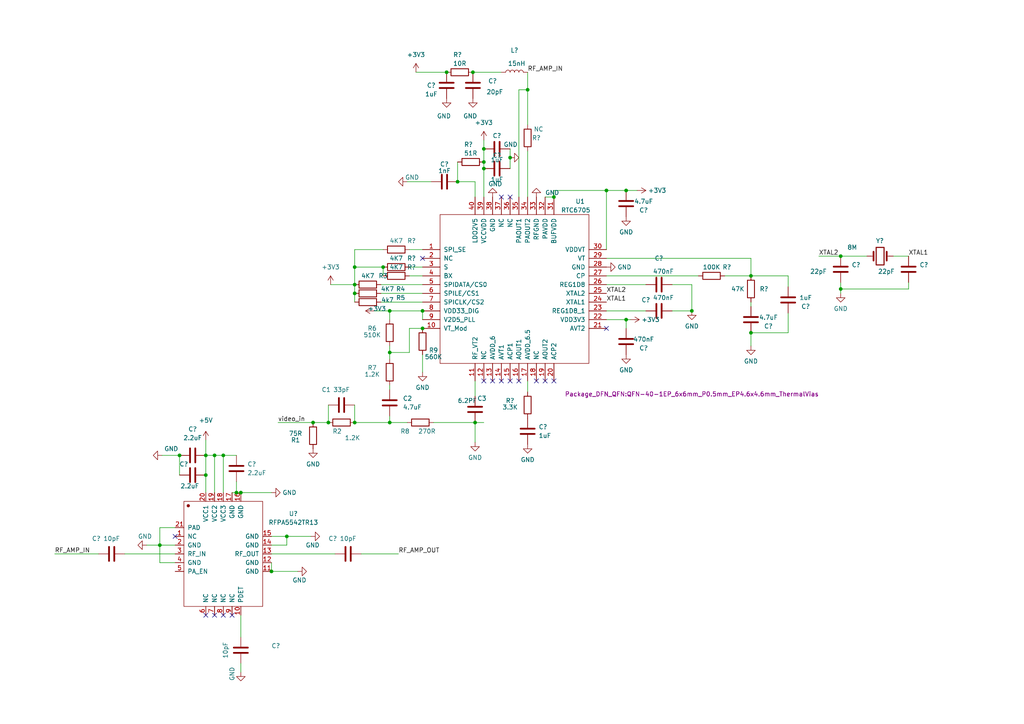
<source format=kicad_sch>
(kicad_sch (version 20211123) (generator eeschema)

  (uuid 30404af7-3019-483d-b902-a6bfd79247aa)

  (paper "A4")

  (lib_symbols
    (symbol "Device:C" (pin_numbers hide) (pin_names (offset 0.254)) (in_bom yes) (on_board yes)
      (property "Reference" "C" (id 0) (at 0.635 2.54 0)
        (effects (font (size 1.27 1.27)) (justify left))
      )
      (property "Value" "C" (id 1) (at 0.635 -2.54 0)
        (effects (font (size 1.27 1.27)) (justify left))
      )
      (property "Footprint" "" (id 2) (at 0.9652 -3.81 0)
        (effects (font (size 1.27 1.27)) hide)
      )
      (property "Datasheet" "~" (id 3) (at 0 0 0)
        (effects (font (size 1.27 1.27)) hide)
      )
      (property "ki_keywords" "cap capacitor" (id 4) (at 0 0 0)
        (effects (font (size 1.27 1.27)) hide)
      )
      (property "ki_description" "Unpolarized capacitor" (id 5) (at 0 0 0)
        (effects (font (size 1.27 1.27)) hide)
      )
      (property "ki_fp_filters" "C_*" (id 6) (at 0 0 0)
        (effects (font (size 1.27 1.27)) hide)
      )
      (symbol "C_0_1"
        (polyline
          (pts
            (xy -2.032 -0.762)
            (xy 2.032 -0.762)
          )
          (stroke (width 0.508) (type default) (color 0 0 0 0))
          (fill (type none))
        )
        (polyline
          (pts
            (xy -2.032 0.762)
            (xy 2.032 0.762)
          )
          (stroke (width 0.508) (type default) (color 0 0 0 0))
          (fill (type none))
        )
      )
      (symbol "C_1_1"
        (pin passive line (at 0 3.81 270) (length 2.794)
          (name "~" (effects (font (size 1.27 1.27))))
          (number "1" (effects (font (size 1.27 1.27))))
        )
        (pin passive line (at 0 -3.81 90) (length 2.794)
          (name "~" (effects (font (size 1.27 1.27))))
          (number "2" (effects (font (size 1.27 1.27))))
        )
      )
    )
    (symbol "Device:Crystal" (pin_numbers hide) (pin_names (offset 1.016) hide) (in_bom yes) (on_board yes)
      (property "Reference" "Y" (id 0) (at 0 3.81 0)
        (effects (font (size 1.27 1.27)))
      )
      (property "Value" "Crystal" (id 1) (at 0 -3.81 0)
        (effects (font (size 1.27 1.27)))
      )
      (property "Footprint" "" (id 2) (at 0 0 0)
        (effects (font (size 1.27 1.27)) hide)
      )
      (property "Datasheet" "~" (id 3) (at 0 0 0)
        (effects (font (size 1.27 1.27)) hide)
      )
      (property "ki_keywords" "quartz ceramic resonator oscillator" (id 4) (at 0 0 0)
        (effects (font (size 1.27 1.27)) hide)
      )
      (property "ki_description" "Two pin crystal" (id 5) (at 0 0 0)
        (effects (font (size 1.27 1.27)) hide)
      )
      (property "ki_fp_filters" "Crystal*" (id 6) (at 0 0 0)
        (effects (font (size 1.27 1.27)) hide)
      )
      (symbol "Crystal_0_1"
        (rectangle (start -1.143 2.54) (end 1.143 -2.54)
          (stroke (width 0.3048) (type default) (color 0 0 0 0))
          (fill (type none))
        )
        (polyline
          (pts
            (xy -2.54 0)
            (xy -1.905 0)
          )
          (stroke (width 0) (type default) (color 0 0 0 0))
          (fill (type none))
        )
        (polyline
          (pts
            (xy -1.905 -1.27)
            (xy -1.905 1.27)
          )
          (stroke (width 0.508) (type default) (color 0 0 0 0))
          (fill (type none))
        )
        (polyline
          (pts
            (xy 1.905 -1.27)
            (xy 1.905 1.27)
          )
          (stroke (width 0.508) (type default) (color 0 0 0 0))
          (fill (type none))
        )
        (polyline
          (pts
            (xy 2.54 0)
            (xy 1.905 0)
          )
          (stroke (width 0) (type default) (color 0 0 0 0))
          (fill (type none))
        )
      )
      (symbol "Crystal_1_1"
        (pin passive line (at -3.81 0 0) (length 1.27)
          (name "1" (effects (font (size 1.27 1.27))))
          (number "1" (effects (font (size 1.27 1.27))))
        )
        (pin passive line (at 3.81 0 180) (length 1.27)
          (name "2" (effects (font (size 1.27 1.27))))
          (number "2" (effects (font (size 1.27 1.27))))
        )
      )
    )
    (symbol "Device:L" (pin_numbers hide) (pin_names (offset 1.016) hide) (in_bom yes) (on_board yes)
      (property "Reference" "L" (id 0) (at -1.27 0 90)
        (effects (font (size 1.27 1.27)))
      )
      (property "Value" "L" (id 1) (at 1.905 0 90)
        (effects (font (size 1.27 1.27)))
      )
      (property "Footprint" "" (id 2) (at 0 0 0)
        (effects (font (size 1.27 1.27)) hide)
      )
      (property "Datasheet" "~" (id 3) (at 0 0 0)
        (effects (font (size 1.27 1.27)) hide)
      )
      (property "ki_keywords" "inductor choke coil reactor magnetic" (id 4) (at 0 0 0)
        (effects (font (size 1.27 1.27)) hide)
      )
      (property "ki_description" "Inductor" (id 5) (at 0 0 0)
        (effects (font (size 1.27 1.27)) hide)
      )
      (property "ki_fp_filters" "Choke_* *Coil* Inductor_* L_*" (id 6) (at 0 0 0)
        (effects (font (size 1.27 1.27)) hide)
      )
      (symbol "L_0_1"
        (arc (start 0 -2.54) (mid 0.635 -1.905) (end 0 -1.27)
          (stroke (width 0) (type default) (color 0 0 0 0))
          (fill (type none))
        )
        (arc (start 0 -1.27) (mid 0.635 -0.635) (end 0 0)
          (stroke (width 0) (type default) (color 0 0 0 0))
          (fill (type none))
        )
        (arc (start 0 0) (mid 0.635 0.635) (end 0 1.27)
          (stroke (width 0) (type default) (color 0 0 0 0))
          (fill (type none))
        )
        (arc (start 0 1.27) (mid 0.635 1.905) (end 0 2.54)
          (stroke (width 0) (type default) (color 0 0 0 0))
          (fill (type none))
        )
      )
      (symbol "L_1_1"
        (pin passive line (at 0 3.81 270) (length 1.27)
          (name "1" (effects (font (size 1.27 1.27))))
          (number "1" (effects (font (size 1.27 1.27))))
        )
        (pin passive line (at 0 -3.81 90) (length 1.27)
          (name "2" (effects (font (size 1.27 1.27))))
          (number "2" (effects (font (size 1.27 1.27))))
        )
      )
    )
    (symbol "Device:R" (pin_numbers hide) (pin_names (offset 0)) (in_bom yes) (on_board yes)
      (property "Reference" "R" (id 0) (at 2.032 0 90)
        (effects (font (size 1.27 1.27)))
      )
      (property "Value" "R" (id 1) (at 0 0 90)
        (effects (font (size 1.27 1.27)))
      )
      (property "Footprint" "" (id 2) (at -1.778 0 90)
        (effects (font (size 1.27 1.27)) hide)
      )
      (property "Datasheet" "~" (id 3) (at 0 0 0)
        (effects (font (size 1.27 1.27)) hide)
      )
      (property "ki_keywords" "R res resistor" (id 4) (at 0 0 0)
        (effects (font (size 1.27 1.27)) hide)
      )
      (property "ki_description" "Resistor" (id 5) (at 0 0 0)
        (effects (font (size 1.27 1.27)) hide)
      )
      (property "ki_fp_filters" "R_*" (id 6) (at 0 0 0)
        (effects (font (size 1.27 1.27)) hide)
      )
      (symbol "R_0_1"
        (rectangle (start -1.016 -2.54) (end 1.016 2.54)
          (stroke (width 0.254) (type default) (color 0 0 0 0))
          (fill (type none))
        )
      )
      (symbol "R_1_1"
        (pin passive line (at 0 3.81 270) (length 1.27)
          (name "~" (effects (font (size 1.27 1.27))))
          (number "1" (effects (font (size 1.27 1.27))))
        )
        (pin passive line (at 0 -3.81 90) (length 1.27)
          (name "~" (effects (font (size 1.27 1.27))))
          (number "2" (effects (font (size 1.27 1.27))))
        )
      )
    )
    (symbol "ic:RFPA5542TR13" (pin_names (offset 1.016)) (in_bom yes) (on_board yes)
      (property "Reference" "U" (id 0) (at 0 20.9296 0)
        (effects (font (size 1.27 1.27)))
      )
      (property "Value" "RFPA5542TR13" (id 1) (at 0 26.0096 0)
        (effects (font (size 1.27 1.27)))
      )
      (property "Footprint" "Package_DFN_QFN:QFN-20-1EP_4x4mm_P0.5mm_EP2.5x2.5mm_ThermalVias" (id 2) (at 1.27 29.845 0)
        (effects (font (size 1.27 1.27)) hide)
      )
      (property "Datasheet" "http://www.szlcsc.com/product/details_474706.html" (id 3) (at 1.905 23.495 0)
        (effects (font (size 1.27 1.27)) hide)
      )
      (property "SuppliersPartNumber" "C469030" (id 4) (at 0 5.6642 0)
        (effects (font (size 1.27 1.27)) hide)
      )
      (property "uuid" "std:b5736137b5b74f2d8182e4e6b2ebecac" (id 5) (at 1.27 34.29 0)
        (effects (font (size 1.27 1.27)) hide)
      )
      (symbol "RFPA5542TR13_1_1"
        (rectangle (start -11.43 15.24) (end 11.43 -15.24)
          (stroke (width 0.1524) (type default) (color 0 0 0 0))
          (fill (type none))
        )
        (circle (center -10.16 13.97) (radius 0.381)
          (stroke (width 0.1524) (type default) (color 0 0 0 0))
          (fill (type outline))
        )
        (pin input line (at -13.97 5.08 0) (length 2.54)
          (name "NC" (effects (font (size 1.27 1.27))))
          (number "1" (effects (font (size 1.27 1.27))))
        )
        (pin input line (at 5.08 -17.78 90) (length 2.54)
          (name "PDET" (effects (font (size 1.27 1.27))))
          (number "10" (effects (font (size 1.27 1.27))))
        )
        (pin input line (at 13.97 -5.08 180) (length 2.54)
          (name "GND" (effects (font (size 1.27 1.27))))
          (number "11" (effects (font (size 1.27 1.27))))
        )
        (pin input line (at 13.97 -2.54 180) (length 2.54)
          (name "GND" (effects (font (size 1.27 1.27))))
          (number "12" (effects (font (size 1.27 1.27))))
        )
        (pin input line (at 13.97 0 180) (length 2.54)
          (name "RF_OUT" (effects (font (size 1.27 1.27))))
          (number "13" (effects (font (size 1.27 1.27))))
        )
        (pin input line (at 13.97 2.54 180) (length 2.54)
          (name "GND" (effects (font (size 1.27 1.27))))
          (number "14" (effects (font (size 1.27 1.27))))
        )
        (pin input line (at 13.97 5.08 180) (length 2.54)
          (name "GND" (effects (font (size 1.27 1.27))))
          (number "15" (effects (font (size 1.27 1.27))))
        )
        (pin input line (at 5.08 17.78 270) (length 2.54)
          (name "GND" (effects (font (size 1.27 1.27))))
          (number "16" (effects (font (size 1.27 1.27))))
        )
        (pin input line (at 2.54 17.78 270) (length 2.54)
          (name "GND" (effects (font (size 1.27 1.27))))
          (number "17" (effects (font (size 1.27 1.27))))
        )
        (pin input line (at 0 17.78 270) (length 2.54)
          (name "VCC3" (effects (font (size 1.27 1.27))))
          (number "18" (effects (font (size 1.27 1.27))))
        )
        (pin input line (at -2.54 17.78 270) (length 2.54)
          (name "VCC2" (effects (font (size 1.27 1.27))))
          (number "19" (effects (font (size 1.27 1.27))))
        )
        (pin input line (at -13.97 2.54 0) (length 2.54)
          (name "GND" (effects (font (size 1.27 1.27))))
          (number "2" (effects (font (size 1.27 1.27))))
        )
        (pin input line (at -5.08 17.78 270) (length 2.54)
          (name "VCC1" (effects (font (size 1.27 1.27))))
          (number "20" (effects (font (size 1.27 1.27))))
        )
        (pin input line (at -13.97 7.62 0) (length 2.54)
          (name "PAD" (effects (font (size 1.27 1.27))))
          (number "21" (effects (font (size 1.27 1.27))))
        )
        (pin input line (at -13.97 0 0) (length 2.54)
          (name "RF_IN" (effects (font (size 1.27 1.27))))
          (number "3" (effects (font (size 1.27 1.27))))
        )
        (pin input line (at -13.97 -2.54 0) (length 2.54)
          (name "GND" (effects (font (size 1.27 1.27))))
          (number "4" (effects (font (size 1.27 1.27))))
        )
        (pin input line (at -13.97 -5.08 0) (length 2.54)
          (name "PA_EN" (effects (font (size 1.27 1.27))))
          (number "5" (effects (font (size 1.27 1.27))))
        )
        (pin input line (at -5.08 -17.78 90) (length 2.54)
          (name "NC" (effects (font (size 1.27 1.27))))
          (number "6" (effects (font (size 1.27 1.27))))
        )
        (pin input line (at -2.54 -17.78 90) (length 2.54)
          (name "NC" (effects (font (size 1.27 1.27))))
          (number "7" (effects (font (size 1.27 1.27))))
        )
        (pin input line (at 0 -17.78 90) (length 2.54)
          (name "NC" (effects (font (size 1.27 1.27))))
          (number "8" (effects (font (size 1.27 1.27))))
        )
        (pin input line (at 2.54 -17.78 90) (length 2.54)
          (name "NC" (effects (font (size 1.27 1.27))))
          (number "9" (effects (font (size 1.27 1.27))))
        )
      )
    )
    (symbol "ic:RTC6705" (pin_names (offset 1.016)) (in_bom yes) (on_board yes)
      (property "Reference" "U" (id 0) (at 0 43.561 0)
        (effects (font (size 1.27 1.27)))
      )
      (property "Value" "RTC6705" (id 1) (at 0 48.641 0)
        (effects (font (size 1.27 1.27)))
      )
      (property "Footprint" "Package_DFN_QFN:QFN-40-1EP_6x6mm_P0.5mm_EP4.6x4.6mm_ThermalVias" (id 2) (at -4.445 46.355 0)
        (effects (font (size 1.27 1.27)))
      )
      (property "Datasheet" "" (id 3) (at 0 33.401 0)
        (effects (font (size 1.27 1.27)) hide)
      )
      (property "SuppliersPartNumber" "" (id 4) (at 0 28.321 0)
        (effects (font (size 1.27 1.27)) hide)
      )
      (property "uuid" "std:9fec69278c844717bf7d2ddb1350e18d" (id 5) (at 0 28.321 0)
        (effects (font (size 1.27 1.27)) hide)
      )
      (symbol "RTC6705_1_1"
        (rectangle (start -30.48 35.56) (end 12.7 -7.62)
          (stroke (width 0.1524) (type default) (color 0 0 0 0))
          (fill (type none))
        )
        (pin input line (at -35.56 25.4 0) (length 5.08)
          (name "SPI_SE" (effects (font (size 1.27 1.27))))
          (number "1" (effects (font (size 1.27 1.27))))
        )
        (pin input line (at -35.56 2.54 0) (length 5.08)
          (name "VT_Mod" (effects (font (size 1.27 1.27))))
          (number "10" (effects (font (size 1.27 1.27))))
        )
        (pin input line (at -20.32 -12.7 90) (length 5.08)
          (name "RF_VT2" (effects (font (size 1.27 1.27))))
          (number "11" (effects (font (size 1.27 1.27))))
        )
        (pin input line (at -17.78 -12.7 90) (length 5.08)
          (name "NC" (effects (font (size 1.27 1.27))))
          (number "12" (effects (font (size 1.27 1.27))))
        )
        (pin input line (at -15.24 -12.7 90) (length 5.08)
          (name "AVDD_6" (effects (font (size 1.27 1.27))))
          (number "13" (effects (font (size 1.27 1.27))))
        )
        (pin input line (at -12.7 -12.7 90) (length 5.08)
          (name "AVT1" (effects (font (size 1.27 1.27))))
          (number "14" (effects (font (size 1.27 1.27))))
        )
        (pin input line (at -10.16 -12.7 90) (length 5.08)
          (name "ACP1" (effects (font (size 1.27 1.27))))
          (number "15" (effects (font (size 1.27 1.27))))
        )
        (pin input line (at -7.62 -12.7 90) (length 5.08)
          (name "AOUT1" (effects (font (size 1.27 1.27))))
          (number "16" (effects (font (size 1.27 1.27))))
        )
        (pin input line (at -5.08 -12.7 90) (length 5.08)
          (name "AVDD_6.5" (effects (font (size 1.27 1.27))))
          (number "17" (effects (font (size 1.27 1.27))))
        )
        (pin input line (at -2.54 -12.7 90) (length 5.08)
          (name "NC" (effects (font (size 1.27 1.27))))
          (number "18" (effects (font (size 1.27 1.27))))
        )
        (pin input line (at 0 -12.7 90) (length 5.08)
          (name "AOUT2" (effects (font (size 1.27 1.27))))
          (number "19" (effects (font (size 1.27 1.27))))
        )
        (pin input line (at -35.56 22.86 0) (length 5.08)
          (name "NC" (effects (font (size 1.27 1.27))))
          (number "2" (effects (font (size 1.27 1.27))))
        )
        (pin input line (at 2.54 -12.7 90) (length 5.08)
          (name "ACP2" (effects (font (size 1.27 1.27))))
          (number "20" (effects (font (size 1.27 1.27))))
        )
        (pin input line (at 17.78 2.54 180) (length 5.08)
          (name "AVT2" (effects (font (size 1.27 1.27))))
          (number "21" (effects (font (size 1.27 1.27))))
        )
        (pin input line (at 17.78 5.08 180) (length 5.08)
          (name "VDD3V3" (effects (font (size 1.27 1.27))))
          (number "22" (effects (font (size 1.27 1.27))))
        )
        (pin input line (at 17.78 7.62 180) (length 5.08)
          (name "REG1D8_1" (effects (font (size 1.27 1.27))))
          (number "23" (effects (font (size 1.27 1.27))))
        )
        (pin input line (at 17.78 10.16 180) (length 5.08)
          (name "XTAL1" (effects (font (size 1.27 1.27))))
          (number "24" (effects (font (size 1.27 1.27))))
        )
        (pin input line (at 17.78 12.7 180) (length 5.08)
          (name "XTAL2" (effects (font (size 1.27 1.27))))
          (number "25" (effects (font (size 1.27 1.27))))
        )
        (pin input line (at 17.78 15.24 180) (length 5.08)
          (name "REG1D8" (effects (font (size 1.27 1.27))))
          (number "26" (effects (font (size 1.27 1.27))))
        )
        (pin input line (at 17.78 17.78 180) (length 5.08)
          (name "CP" (effects (font (size 1.27 1.27))))
          (number "27" (effects (font (size 1.27 1.27))))
        )
        (pin input line (at 17.78 20.32 180) (length 5.08)
          (name "GND" (effects (font (size 1.27 1.27))))
          (number "28" (effects (font (size 1.27 1.27))))
        )
        (pin input line (at 17.78 22.86 180) (length 5.08)
          (name "VT" (effects (font (size 1.27 1.27))))
          (number "29" (effects (font (size 1.27 1.27))))
        )
        (pin input line (at -35.56 20.32 0) (length 5.08)
          (name "S" (effects (font (size 1.27 1.27))))
          (number "3" (effects (font (size 1.27 1.27))))
        )
        (pin input line (at 17.78 25.4 180) (length 5.08)
          (name "VDDVT" (effects (font (size 1.27 1.27))))
          (number "30" (effects (font (size 1.27 1.27))))
        )
        (pin input line (at 2.54 40.64 270) (length 5.08)
          (name "BUFVDD" (effects (font (size 1.27 1.27))))
          (number "31" (effects (font (size 1.27 1.27))))
        )
        (pin input line (at 0 40.64 270) (length 5.08)
          (name "PAVDD" (effects (font (size 1.27 1.27))))
          (number "32" (effects (font (size 1.27 1.27))))
        )
        (pin input line (at -2.54 40.64 270) (length 5.08)
          (name "RFGND" (effects (font (size 1.27 1.27))))
          (number "33" (effects (font (size 1.27 1.27))))
        )
        (pin input line (at -5.08 40.64 270) (length 5.08)
          (name "PAOUT2" (effects (font (size 1.27 1.27))))
          (number "34" (effects (font (size 1.27 1.27))))
        )
        (pin input line (at -7.62 40.64 270) (length 5.08)
          (name "PAOUT1" (effects (font (size 1.27 1.27))))
          (number "35" (effects (font (size 1.27 1.27))))
        )
        (pin input line (at -10.16 40.64 270) (length 5.08)
          (name "NC" (effects (font (size 1.27 1.27))))
          (number "36" (effects (font (size 1.27 1.27))))
        )
        (pin input line (at -12.7 40.64 270) (length 5.08)
          (name "NC" (effects (font (size 1.27 1.27))))
          (number "37" (effects (font (size 1.27 1.27))))
        )
        (pin input line (at -15.24 40.64 270) (length 5.08)
          (name "GND" (effects (font (size 1.27 1.27))))
          (number "38" (effects (font (size 1.27 1.27))))
        )
        (pin input line (at -17.78 40.64 270) (length 5.08)
          (name "VCCVDD" (effects (font (size 1.27 1.27))))
          (number "39" (effects (font (size 1.27 1.27))))
        )
        (pin input line (at -35.56 17.78 0) (length 5.08)
          (name "BX" (effects (font (size 1.27 1.27))))
          (number "4" (effects (font (size 1.27 1.27))))
        )
        (pin input line (at -20.32 40.64 270) (length 5.08)
          (name "LDO2V5" (effects (font (size 1.27 1.27))))
          (number "40" (effects (font (size 1.27 1.27))))
        )
        (pin input line (at -35.56 15.24 0) (length 5.08)
          (name "SPIDATA/CS0" (effects (font (size 1.27 1.27))))
          (number "5" (effects (font (size 1.27 1.27))))
        )
        (pin input line (at -35.56 12.7 0) (length 5.08)
          (name "SPILE/CS1" (effects (font (size 1.27 1.27))))
          (number "6" (effects (font (size 1.27 1.27))))
        )
        (pin input line (at -35.56 10.16 0) (length 5.08)
          (name "SPICLK/CS2" (effects (font (size 1.27 1.27))))
          (number "7" (effects (font (size 1.27 1.27))))
        )
        (pin input line (at -35.56 7.62 0) (length 5.08)
          (name "VDD33_DIG" (effects (font (size 1.27 1.27))))
          (number "8" (effects (font (size 1.27 1.27))))
        )
        (pin input line (at -35.56 5.08 0) (length 5.08)
          (name "V2D5_PLL" (effects (font (size 1.27 1.27))))
          (number "9" (effects (font (size 1.27 1.27))))
        )
      )
    )
    (symbol "power:+3V3" (power) (pin_names (offset 0)) (in_bom yes) (on_board yes)
      (property "Reference" "#PWR" (id 0) (at 0 -3.81 0)
        (effects (font (size 1.27 1.27)) hide)
      )
      (property "Value" "+3V3" (id 1) (at 0 3.556 0)
        (effects (font (size 1.27 1.27)))
      )
      (property "Footprint" "" (id 2) (at 0 0 0)
        (effects (font (size 1.27 1.27)) hide)
      )
      (property "Datasheet" "" (id 3) (at 0 0 0)
        (effects (font (size 1.27 1.27)) hide)
      )
      (property "ki_keywords" "power-flag" (id 4) (at 0 0 0)
        (effects (font (size 1.27 1.27)) hide)
      )
      (property "ki_description" "Power symbol creates a global label with name \"+3V3\"" (id 5) (at 0 0 0)
        (effects (font (size 1.27 1.27)) hide)
      )
      (symbol "+3V3_0_1"
        (polyline
          (pts
            (xy -0.762 1.27)
            (xy 0 2.54)
          )
          (stroke (width 0) (type default) (color 0 0 0 0))
          (fill (type none))
        )
        (polyline
          (pts
            (xy 0 0)
            (xy 0 2.54)
          )
          (stroke (width 0) (type default) (color 0 0 0 0))
          (fill (type none))
        )
        (polyline
          (pts
            (xy 0 2.54)
            (xy 0.762 1.27)
          )
          (stroke (width 0) (type default) (color 0 0 0 0))
          (fill (type none))
        )
      )
      (symbol "+3V3_1_1"
        (pin power_in line (at 0 0 90) (length 0) hide
          (name "+3V3" (effects (font (size 1.27 1.27))))
          (number "1" (effects (font (size 1.27 1.27))))
        )
      )
    )
    (symbol "power:+5V" (power) (pin_names (offset 0)) (in_bom yes) (on_board yes)
      (property "Reference" "#PWR" (id 0) (at 0 -3.81 0)
        (effects (font (size 1.27 1.27)) hide)
      )
      (property "Value" "+5V" (id 1) (at 0 3.556 0)
        (effects (font (size 1.27 1.27)))
      )
      (property "Footprint" "" (id 2) (at 0 0 0)
        (effects (font (size 1.27 1.27)) hide)
      )
      (property "Datasheet" "" (id 3) (at 0 0 0)
        (effects (font (size 1.27 1.27)) hide)
      )
      (property "ki_keywords" "power-flag" (id 4) (at 0 0 0)
        (effects (font (size 1.27 1.27)) hide)
      )
      (property "ki_description" "Power symbol creates a global label with name \"+5V\"" (id 5) (at 0 0 0)
        (effects (font (size 1.27 1.27)) hide)
      )
      (symbol "+5V_0_1"
        (polyline
          (pts
            (xy -0.762 1.27)
            (xy 0 2.54)
          )
          (stroke (width 0) (type default) (color 0 0 0 0))
          (fill (type none))
        )
        (polyline
          (pts
            (xy 0 0)
            (xy 0 2.54)
          )
          (stroke (width 0) (type default) (color 0 0 0 0))
          (fill (type none))
        )
        (polyline
          (pts
            (xy 0 2.54)
            (xy 0.762 1.27)
          )
          (stroke (width 0) (type default) (color 0 0 0 0))
          (fill (type none))
        )
      )
      (symbol "+5V_1_1"
        (pin power_in line (at 0 0 90) (length 0) hide
          (name "+5V" (effects (font (size 1.27 1.27))))
          (number "1" (effects (font (size 1.27 1.27))))
        )
      )
    )
    (symbol "power:GND" (power) (pin_names (offset 0)) (in_bom yes) (on_board yes)
      (property "Reference" "#PWR" (id 0) (at 0 -6.35 0)
        (effects (font (size 1.27 1.27)) hide)
      )
      (property "Value" "GND" (id 1) (at 0 -3.81 0)
        (effects (font (size 1.27 1.27)))
      )
      (property "Footprint" "" (id 2) (at 0 0 0)
        (effects (font (size 1.27 1.27)) hide)
      )
      (property "Datasheet" "" (id 3) (at 0 0 0)
        (effects (font (size 1.27 1.27)) hide)
      )
      (property "ki_keywords" "power-flag" (id 4) (at 0 0 0)
        (effects (font (size 1.27 1.27)) hide)
      )
      (property "ki_description" "Power symbol creates a global label with name \"GND\" , ground" (id 5) (at 0 0 0)
        (effects (font (size 1.27 1.27)) hide)
      )
      (symbol "GND_0_1"
        (polyline
          (pts
            (xy 0 0)
            (xy 0 -1.27)
            (xy 1.27 -1.27)
            (xy 0 -2.54)
            (xy -1.27 -1.27)
            (xy 0 -1.27)
          )
          (stroke (width 0) (type default) (color 0 0 0 0))
          (fill (type none))
        )
      )
      (symbol "GND_1_1"
        (pin power_in line (at 0 0 270) (length 0) hide
          (name "GND" (effects (font (size 1.27 1.27))))
          (number "1" (effects (font (size 1.27 1.27))))
        )
      )
    )
  )

  (junction (at 102.87 122.555) (diameter 0) (color 0 0 0 0)
    (uuid 1815b8d5-fc0f-4c82-930c-4068360adf80)
  )
  (junction (at 102.87 82.55) (diameter 0) (color 0 0 0 0)
    (uuid 192d1bd1-ce08-47ac-9d64-3aba0d520587)
  )
  (junction (at 64.77 132.08) (diameter 0) (color 0 0 0 0)
    (uuid 1e3f0b7a-5aee-48c8-b41b-5ac7bdf869ee)
  )
  (junction (at 243.84 83.82) (diameter 0) (color 0 0 0 0)
    (uuid 1f04d003-e074-42ef-ab30-bdd12a44a49a)
  )
  (junction (at 83.185 155.575) (diameter 0) (color 0 0 0 0)
    (uuid 260ceb74-e520-4f38-b833-31a0ea227919)
  )
  (junction (at 160.655 57.15) (diameter 0) (color 0 0 0 0)
    (uuid 2ea9f5bb-e22f-429b-9245-1de1537230d9)
  )
  (junction (at 153.035 26.035) (diameter 0) (color 0 0 0 0)
    (uuid 3518d984-451e-42c4-8462-03fac1dd65e9)
  )
  (junction (at 243.84 74.295) (diameter 0) (color 0 0 0 0)
    (uuid 35a439ff-6e61-43fe-98a3-000d0c380558)
  )
  (junction (at 95.25 122.555) (diameter 0) (color 0 0 0 0)
    (uuid 363b23bb-963a-405e-9c59-8b60639f9d9f)
  )
  (junction (at 113.03 102.235) (diameter 0) (color 0 0 0 0)
    (uuid 38807d4c-be7a-4259-bd01-8f3cafe5c3dd)
  )
  (junction (at 102.87 77.47) (diameter 0) (color 0 0 0 0)
    (uuid 4819bde5-ecd2-4b4c-aab3-c1687864c3e9)
  )
  (junction (at 140.335 48.895) (diameter 0) (color 0 0 0 0)
    (uuid 4a4451d9-bab1-475a-b995-8412c17894b9)
  )
  (junction (at 129.54 20.955) (diameter 0) (color 0 0 0 0)
    (uuid 500b3fff-26d6-4f18-a6f8-97c02782b53b)
  )
  (junction (at 59.69 132.08) (diameter 0) (color 0 0 0 0)
    (uuid 51970868-0e6e-4800-9b85-00c8c94c72ee)
  )
  (junction (at 78.74 165.735) (diameter 0) (color 0 0 0 0)
    (uuid 51be0340-b122-4a35-8dc6-95aea433be1f)
  )
  (junction (at 113.03 90.17) (diameter 0) (color 0 0 0 0)
    (uuid 5abfcfab-e055-452a-93fe-92fd74f8db7b)
  )
  (junction (at 90.805 122.555) (diameter 0) (color 0 0 0 0)
    (uuid 5d5c0308-eda0-422d-9562-d7aaeb21120f)
  )
  (junction (at 181.61 92.71) (diameter 0) (color 0 0 0 0)
    (uuid 6bf58923-aaa5-496d-be5f-8e49373928ac)
  )
  (junction (at 200.66 90.17) (diameter 0) (color 0 0 0 0)
    (uuid 7271ed32-93f1-4892-ae10-64e636978af6)
  )
  (junction (at 137.16 20.955) (diameter 0) (color 0 0 0 0)
    (uuid 7f6e54b0-a0a3-46f7-b33b-b49d926d6e8b)
  )
  (junction (at 132.715 52.705) (diameter 0) (color 0 0 0 0)
    (uuid 89a0f2a9-9823-47c3-bdb5-fbbcb65e4a56)
  )
  (junction (at 102.87 85.09) (diameter 0) (color 0 0 0 0)
    (uuid 96425b35-3ee6-428f-9e22-347764a2781b)
  )
  (junction (at 140.335 46.99) (diameter 0) (color 0 0 0 0)
    (uuid a290c4de-1622-4b04-ad51-23f350a2e3bd)
  )
  (junction (at 52.07 132.08) (diameter 0) (color 0 0 0 0)
    (uuid a997600f-6d6c-468b-bbb8-b960a18eff78)
  )
  (junction (at 217.805 96.52) (diameter 0) (color 0 0 0 0)
    (uuid aa9cb3b9-66fc-4908-bb38-54bac0db6576)
  )
  (junction (at 147.955 45.72) (diameter 0) (color 0 0 0 0)
    (uuid aef67b80-016f-49a4-83aa-efb6264f4da6)
  )
  (junction (at 181.61 55.245) (diameter 0) (color 0 0 0 0)
    (uuid b3d51c29-6941-4aeb-b092-1f3adfdfbc04)
  )
  (junction (at 113.03 122.555) (diameter 0) (color 0 0 0 0)
    (uuid b49c8630-e7b5-4a06-b049-e9dcfd614135)
  )
  (junction (at 140.335 43.18) (diameter 0) (color 0 0 0 0)
    (uuid bd43b896-7a37-4766-aed8-d358d48b0d12)
  )
  (junction (at 69.85 142.875) (diameter 0) (color 0 0 0 0)
    (uuid c0ad8801-ef08-4059-a8ac-3ab7c2e49c7d)
  )
  (junction (at 122.555 90.17) (diameter 0) (color 0 0 0 0)
    (uuid c427d09c-0710-4695-933c-17e7ae84115f)
  )
  (junction (at 59.69 137.795) (diameter 0) (color 0 0 0 0)
    (uuid cc26f869-c8e8-433b-b10f-b1e9c7cc559f)
  )
  (junction (at 217.805 80.01) (diameter 0) (color 0 0 0 0)
    (uuid cc90576e-1a80-480f-8a08-9b2317e83d70)
  )
  (junction (at 175.895 55.245) (diameter 0) (color 0 0 0 0)
    (uuid d8c1ebcb-49b0-499d-ae51-cd1db05b0548)
  )
  (junction (at 111.125 77.47) (diameter 0) (color 0 0 0 0)
    (uuid dcc1c223-21ba-44e5-9ef5-c7c4ea688dc4)
  )
  (junction (at 137.795 122.555) (diameter 0) (color 0 0 0 0)
    (uuid e162d242-5133-4250-8e8d-a157a59aa68c)
  )
  (junction (at 62.23 132.08) (diameter 0) (color 0 0 0 0)
    (uuid e7cd3b90-e691-4043-98d2-5d2773d15684)
  )
  (junction (at 46.355 158.115) (diameter 0) (color 0 0 0 0)
    (uuid f1cd09c7-161d-465b-8f00-cb2dbd98d1ca)
  )
  (junction (at 122.555 95.25) (diameter 0) (color 0 0 0 0)
    (uuid f5a81b95-8bb7-4345-b12c-c63ae07fdaf4)
  )
  (junction (at 68.58 142.875) (diameter 0) (color 0 0 0 0)
    (uuid fc681efd-52d7-4438-b340-ea6560f31431)
  )

  (no_connect (at 147.955 110.49) (uuid 0181e327-d2c1-4044-bb0a-1528607afe6c))
  (no_connect (at 150.495 110.49) (uuid 0181e327-d2c1-4044-bb0a-1528607afe6c))
  (no_connect (at 140.335 110.49) (uuid 0181e327-d2c1-4044-bb0a-1528607afe6c))
  (no_connect (at 142.875 110.49) (uuid 0181e327-d2c1-4044-bb0a-1528607afe6c))
  (no_connect (at 145.415 110.49) (uuid 0181e327-d2c1-4044-bb0a-1528607afe6c))
  (no_connect (at 160.655 110.49) (uuid 3635f71e-bc09-49e0-b450-d3c6e2ea4c36))
  (no_connect (at 158.115 110.49) (uuid 3635f71e-bc09-49e0-b450-d3c6e2ea4c36))
  (no_connect (at 175.895 95.25) (uuid 4fe76908-feb8-4eb0-9d98-63acba37075a))
  (no_connect (at 147.955 57.15) (uuid 732d50cf-261e-4967-a17c-8cfb998ac3da))
  (no_connect (at 50.8 155.575) (uuid 7692112e-9ae1-4aad-b3f0-25c4a1c84eae))
  (no_connect (at 67.31 178.435) (uuid a4f2688c-f5a6-4eb4-8bc3-22a66981c875))
  (no_connect (at 62.23 178.435) (uuid a4f2688c-f5a6-4eb4-8bc3-22a66981c875))
  (no_connect (at 59.69 178.435) (uuid a4f2688c-f5a6-4eb4-8bc3-22a66981c875))
  (no_connect (at 64.77 178.435) (uuid a4f2688c-f5a6-4eb4-8bc3-22a66981c875))
  (no_connect (at 155.575 110.49) (uuid ad53ebb1-ba0e-4dba-b243-b2cd3851ed61))
  (no_connect (at 122.555 74.93) (uuid cad97e7f-47f5-4f88-8f7f-ef9227750e26))
  (no_connect (at 145.415 57.15) (uuid eea9bf47-81b7-475a-be66-134093c3adb6))

  (wire (pts (xy 69.85 184.785) (xy 69.85 178.435))
    (stroke (width 0) (type default) (color 0 0 0 0))
    (uuid 00156297-4445-432f-af0d-88f8129e196b)
  )
  (wire (pts (xy 158.115 57.15) (xy 160.655 57.15))
    (stroke (width 0) (type default) (color 0 0 0 0))
    (uuid 01f54c70-b9cd-4893-8451-872e5468853c)
  )
  (wire (pts (xy 217.805 80.01) (xy 210.185 80.01))
    (stroke (width 0) (type default) (color 0 0 0 0))
    (uuid 07b05f02-8a3e-48e2-849c-eaff435e57a7)
  )
  (wire (pts (xy 145.415 20.955) (xy 137.16 20.955))
    (stroke (width 0) (type default) (color 0 0 0 0))
    (uuid 0cd9af31-b298-4964-b892-614df688f349)
  )
  (wire (pts (xy 120.65 20.955) (xy 129.54 20.955))
    (stroke (width 0) (type default) (color 0 0 0 0))
    (uuid 1138d18a-7d69-4bde-a90f-44132388f28b)
  )
  (wire (pts (xy 110.49 82.55) (xy 122.555 82.55))
    (stroke (width 0) (type default) (color 0 0 0 0))
    (uuid 122d2e31-042c-41b8-8137-b879227b4e63)
  )
  (wire (pts (xy 137.795 110.49) (xy 137.795 114.935))
    (stroke (width 0) (type default) (color 0 0 0 0))
    (uuid 14826f66-c26d-41c9-887d-a7e5bcba1fd3)
  )
  (wire (pts (xy 90.17 155.575) (xy 83.185 155.575))
    (stroke (width 0) (type default) (color 0 0 0 0))
    (uuid 14fd845a-a0b8-4d90-8ca8-98c2365565c7)
  )
  (wire (pts (xy 78.74 158.115) (xy 83.185 158.115))
    (stroke (width 0) (type default) (color 0 0 0 0))
    (uuid 19ace83b-f827-438c-92a6-a4d911ab57e5)
  )
  (wire (pts (xy 217.805 100.33) (xy 217.805 96.52))
    (stroke (width 0) (type default) (color 0 0 0 0))
    (uuid 1bc5c739-fb66-4c0c-9f1b-ad75e5712ed7)
  )
  (wire (pts (xy 200.66 82.55) (xy 200.66 90.17))
    (stroke (width 0) (type default) (color 0 0 0 0))
    (uuid 1c367120-1c81-4770-aba6-55e0b00609b0)
  )
  (wire (pts (xy 217.805 74.93) (xy 217.805 80.01))
    (stroke (width 0) (type default) (color 0 0 0 0))
    (uuid 1c5985ee-249b-4e0b-966c-8c7111a7255c)
  )
  (wire (pts (xy 102.87 117.475) (xy 102.87 122.555))
    (stroke (width 0) (type default) (color 0 0 0 0))
    (uuid 1ed5d561-4a7c-4b8f-8e27-662be06ad04f)
  )
  (wire (pts (xy 118.745 95.25) (xy 118.745 102.235))
    (stroke (width 0) (type default) (color 0 0 0 0))
    (uuid 202a0770-ea31-44bd-8ae2-bae59341ff75)
  )
  (wire (pts (xy 217.805 88.9) (xy 217.805 87.63))
    (stroke (width 0) (type default) (color 0 0 0 0))
    (uuid 2208913c-b146-45b7-904f-8b9a8159e214)
  )
  (wire (pts (xy 111.125 72.39) (xy 102.87 72.39))
    (stroke (width 0) (type default) (color 0 0 0 0))
    (uuid 24be6b07-9db6-4540-ac90-e0e7a3fc7c72)
  )
  (wire (pts (xy 202.565 80.01) (xy 175.895 80.01))
    (stroke (width 0) (type default) (color 0 0 0 0))
    (uuid 2e4a9fe4-8d6a-4521-b1ae-f7f9252c6df4)
  )
  (wire (pts (xy 150.495 26.035) (xy 153.035 26.035))
    (stroke (width 0) (type default) (color 0 0 0 0))
    (uuid 2fa90a92-0c15-4e9e-927b-dfb34cb5b74f)
  )
  (wire (pts (xy 68.58 139.7) (xy 68.58 142.875))
    (stroke (width 0) (type default) (color 0 0 0 0))
    (uuid 3532afa0-a1e8-4906-9786-bd6f554d93e9)
  )
  (wire (pts (xy 187.325 90.17) (xy 175.895 90.17))
    (stroke (width 0) (type default) (color 0 0 0 0))
    (uuid 3747b075-371b-4d47-ba57-35076c63d7cc)
  )
  (wire (pts (xy 46.99 132.08) (xy 52.07 132.08))
    (stroke (width 0) (type default) (color 0 0 0 0))
    (uuid 38cf7c88-1d74-484e-809a-1d296483f70f)
  )
  (wire (pts (xy 228.6 80.01) (xy 217.805 80.01))
    (stroke (width 0) (type default) (color 0 0 0 0))
    (uuid 3996e615-8f07-41bd-8a36-78a00da9ee15)
  )
  (wire (pts (xy 200.66 90.17) (xy 194.945 90.17))
    (stroke (width 0) (type default) (color 0 0 0 0))
    (uuid 3a02ae81-bf65-4d6a-a352-a107367de9a7)
  )
  (wire (pts (xy 67.31 142.875) (xy 68.58 142.875))
    (stroke (width 0) (type default) (color 0 0 0 0))
    (uuid 3e4336cd-728a-4380-a36f-e04b5db57325)
  )
  (wire (pts (xy 113.03 90.17) (xy 122.555 90.17))
    (stroke (width 0) (type default) (color 0 0 0 0))
    (uuid 441df0e7-5e59-4a13-8d9b-0fd7224fa1a3)
  )
  (wire (pts (xy 137.795 52.705) (xy 132.715 52.705))
    (stroke (width 0) (type default) (color 0 0 0 0))
    (uuid 45862982-2ec5-4718-a651-b6da4a478440)
  )
  (wire (pts (xy 118.11 122.555) (xy 113.03 122.555))
    (stroke (width 0) (type default) (color 0 0 0 0))
    (uuid 47300a27-d916-4cfd-9753-44eb76676608)
  )
  (wire (pts (xy 137.795 57.15) (xy 137.795 52.705))
    (stroke (width 0) (type default) (color 0 0 0 0))
    (uuid 4799b2ea-2727-4941-9511-59b82b8c1c67)
  )
  (wire (pts (xy 113.03 120.65) (xy 113.03 122.555))
    (stroke (width 0) (type default) (color 0 0 0 0))
    (uuid 47ba504f-d173-4f5e-ac2c-c89212721e4a)
  )
  (wire (pts (xy 102.87 82.55) (xy 102.87 85.09))
    (stroke (width 0) (type default) (color 0 0 0 0))
    (uuid 4d8e7d83-7071-4904-95e8-ffaa7e9858f1)
  )
  (wire (pts (xy 243.84 83.82) (xy 243.84 81.915))
    (stroke (width 0) (type default) (color 0 0 0 0))
    (uuid 4e3bb6e1-dbce-473d-be02-d8c306319588)
  )
  (wire (pts (xy 182.88 92.71) (xy 181.61 92.71))
    (stroke (width 0) (type default) (color 0 0 0 0))
    (uuid 4f34ed22-2a5b-4d56-98ef-9111ffb97117)
  )
  (wire (pts (xy 137.795 128.27) (xy 137.795 122.555))
    (stroke (width 0) (type default) (color 0 0 0 0))
    (uuid 50c2aff2-0e6c-4a12-8927-b1dea3be15b5)
  )
  (wire (pts (xy 181.61 55.245) (xy 184.785 55.245))
    (stroke (width 0) (type default) (color 0 0 0 0))
    (uuid 51e64db9-dc25-4be0-aee2-e6269cfdf21b)
  )
  (wire (pts (xy 83.185 155.575) (xy 78.74 155.575))
    (stroke (width 0) (type default) (color 0 0 0 0))
    (uuid 52903fc3-62ac-4fc3-817c-70d148a772cc)
  )
  (wire (pts (xy 110.49 87.63) (xy 122.555 87.63))
    (stroke (width 0) (type default) (color 0 0 0 0))
    (uuid 549286f6-3893-4cd4-9a8d-8d5140769a12)
  )
  (wire (pts (xy 153.035 26.035) (xy 153.035 20.955))
    (stroke (width 0) (type default) (color 0 0 0 0))
    (uuid 553ec068-9e0c-404c-905b-fe35223899b6)
  )
  (wire (pts (xy 140.335 48.895) (xy 140.335 57.15))
    (stroke (width 0) (type default) (color 0 0 0 0))
    (uuid 56b4b21b-ce4f-4465-92c3-126e3c7b14c5)
  )
  (wire (pts (xy 59.69 137.795) (xy 59.69 142.875))
    (stroke (width 0) (type default) (color 0 0 0 0))
    (uuid 56dc08a8-bffa-4692-b4e9-d430bc59e602)
  )
  (wire (pts (xy 118.745 72.39) (xy 122.555 72.39))
    (stroke (width 0) (type default) (color 0 0 0 0))
    (uuid 59a076b1-bc30-445f-865c-3f742691b4d6)
  )
  (wire (pts (xy 46.355 158.115) (xy 46.355 163.195))
    (stroke (width 0) (type default) (color 0 0 0 0))
    (uuid 5b2ab765-7cf2-4de5-a413-fd2bc1ed7981)
  )
  (wire (pts (xy 59.69 127.635) (xy 59.69 132.08))
    (stroke (width 0) (type default) (color 0 0 0 0))
    (uuid 5b39d85f-98d3-4b83-9528-66870800099e)
  )
  (wire (pts (xy 102.87 77.47) (xy 102.87 82.55))
    (stroke (width 0) (type default) (color 0 0 0 0))
    (uuid 5b4a48af-a285-4c79-8bf1-3d91d80f458c)
  )
  (wire (pts (xy 59.69 132.08) (xy 62.23 132.08))
    (stroke (width 0) (type default) (color 0 0 0 0))
    (uuid 5b78c9a8-3fea-450a-ae7e-74f0545bc6b5)
  )
  (wire (pts (xy 83.185 158.115) (xy 83.185 155.575))
    (stroke (width 0) (type default) (color 0 0 0 0))
    (uuid 5e0bb373-e846-467f-aebd-21aee331cb7a)
  )
  (wire (pts (xy 132.715 52.705) (xy 132.715 46.99))
    (stroke (width 0) (type default) (color 0 0 0 0))
    (uuid 5f44ca81-9373-4f45-ae35-b889984e1435)
  )
  (wire (pts (xy 243.84 74.295) (xy 251.46 74.295))
    (stroke (width 0) (type default) (color 0 0 0 0))
    (uuid 61e5650c-3072-4f9c-bc37-236adac24dea)
  )
  (wire (pts (xy 181.61 92.71) (xy 175.895 92.71))
    (stroke (width 0) (type default) (color 0 0 0 0))
    (uuid 62c71bf0-1e7e-4e3b-88e4-61697fe184ff)
  )
  (wire (pts (xy 118.745 77.47) (xy 122.555 77.47))
    (stroke (width 0) (type default) (color 0 0 0 0))
    (uuid 67570c30-d663-48cb-902c-17c7b64f6596)
  )
  (wire (pts (xy 52.07 132.08) (xy 52.07 137.795))
    (stroke (width 0) (type default) (color 0 0 0 0))
    (uuid 676eb2b2-9893-4803-a4a2-3986ee285571)
  )
  (wire (pts (xy 150.495 57.15) (xy 150.495 26.035))
    (stroke (width 0) (type default) (color 0 0 0 0))
    (uuid 6bd18f7e-5798-4761-a95e-31feb1fdb112)
  )
  (wire (pts (xy 118.745 102.235) (xy 113.03 102.235))
    (stroke (width 0) (type default) (color 0 0 0 0))
    (uuid 70f56f55-dfd4-4725-b6ba-890352fb545d)
  )
  (wire (pts (xy 122.555 107.95) (xy 122.555 102.87))
    (stroke (width 0) (type default) (color 0 0 0 0))
    (uuid 71583010-7b7c-4be8-bda9-b335208d91de)
  )
  (wire (pts (xy 147.955 45.72) (xy 147.955 48.895))
    (stroke (width 0) (type default) (color 0 0 0 0))
    (uuid 76b091f1-508e-4f96-9683-275eac999067)
  )
  (wire (pts (xy 263.525 81.915) (xy 263.525 83.82))
    (stroke (width 0) (type default) (color 0 0 0 0))
    (uuid 76e53e0b-c25f-4529-807e-abb5da19d966)
  )
  (wire (pts (xy 160.655 55.245) (xy 160.655 57.15))
    (stroke (width 0) (type default) (color 0 0 0 0))
    (uuid 77e6506a-6d35-4b26-a09d-d8a7845adbda)
  )
  (wire (pts (xy 113.03 92.71) (xy 113.03 90.17))
    (stroke (width 0) (type default) (color 0 0 0 0))
    (uuid 7bf3b238-482b-4c70-81a0-4c1eb846e582)
  )
  (wire (pts (xy 86.36 165.735) (xy 78.74 165.735))
    (stroke (width 0) (type default) (color 0 0 0 0))
    (uuid 7c3ee68f-002f-4354-9827-c7176cb449e5)
  )
  (wire (pts (xy 90.805 122.555) (xy 95.25 122.555))
    (stroke (width 0) (type default) (color 0 0 0 0))
    (uuid 7d398f34-bcb2-429c-9da5-31e2120942ec)
  )
  (wire (pts (xy 97.155 160.655) (xy 78.74 160.655))
    (stroke (width 0) (type default) (color 0 0 0 0))
    (uuid 7e91026a-4331-4013-8f46-24254657d30b)
  )
  (wire (pts (xy 153.035 43.815) (xy 153.035 57.15))
    (stroke (width 0) (type default) (color 0 0 0 0))
    (uuid 8009656e-4216-4440-bc3c-5ea5097b7f00)
  )
  (wire (pts (xy 175.895 55.245) (xy 181.61 55.245))
    (stroke (width 0) (type default) (color 0 0 0 0))
    (uuid 85a80680-e3e2-4a00-94e7-d2df7184bac5)
  )
  (wire (pts (xy 64.77 132.08) (xy 68.58 132.08))
    (stroke (width 0) (type default) (color 0 0 0 0))
    (uuid 88cf9473-3fff-4ee4-8ac1-acbf3f084d0d)
  )
  (wire (pts (xy 147.955 43.18) (xy 147.955 45.72))
    (stroke (width 0) (type default) (color 0 0 0 0))
    (uuid 8fc9e115-78d3-4ea7-89d8-0b879dbe1b6d)
  )
  (wire (pts (xy 42.545 158.115) (xy 46.355 158.115))
    (stroke (width 0) (type default) (color 0 0 0 0))
    (uuid 96561fc2-fb93-415d-8684-08f1966fc56a)
  )
  (wire (pts (xy 228.6 90.805) (xy 228.6 96.52))
    (stroke (width 0) (type default) (color 0 0 0 0))
    (uuid 98534985-8129-4282-9eab-c94029cc726e)
  )
  (wire (pts (xy 263.525 83.82) (xy 243.84 83.82))
    (stroke (width 0) (type default) (color 0 0 0 0))
    (uuid 99cc14e5-ae83-470e-b353-90b2d4f3a0e0)
  )
  (wire (pts (xy 113.03 100.33) (xy 113.03 102.235))
    (stroke (width 0) (type default) (color 0 0 0 0))
    (uuid 9d43b267-2084-40eb-8c8d-b5c17a2ffe3f)
  )
  (wire (pts (xy 59.69 132.08) (xy 59.69 137.795))
    (stroke (width 0) (type default) (color 0 0 0 0))
    (uuid 9dee8a46-9a7e-4886-ab35-93bd91200e68)
  )
  (wire (pts (xy 111.125 77.47) (xy 111.125 80.01))
    (stroke (width 0) (type default) (color 0 0 0 0))
    (uuid 9f9c55b4-2a76-471d-b708-34a96f19ea43)
  )
  (wire (pts (xy 122.555 95.25) (xy 118.745 95.25))
    (stroke (width 0) (type default) (color 0 0 0 0))
    (uuid a14c365b-e1b1-4209-86eb-474b34eb5971)
  )
  (wire (pts (xy 102.87 72.39) (xy 102.87 77.47))
    (stroke (width 0) (type default) (color 0 0 0 0))
    (uuid a184b2f1-5878-4377-9ec6-69bba3eb8bd0)
  )
  (wire (pts (xy 153.035 113.665) (xy 153.035 110.49))
    (stroke (width 0) (type default) (color 0 0 0 0))
    (uuid a6271cbc-1955-4f99-b5cb-8ef1ae9f0a3b)
  )
  (wire (pts (xy 140.335 122.555) (xy 137.795 122.555))
    (stroke (width 0) (type default) (color 0 0 0 0))
    (uuid a63cccf5-d558-4143-a951-f69360fe86df)
  )
  (wire (pts (xy 194.945 82.55) (xy 200.66 82.55))
    (stroke (width 0) (type default) (color 0 0 0 0))
    (uuid acc58e52-4812-4c9f-a30a-6da25d1c7c18)
  )
  (wire (pts (xy 62.23 132.08) (xy 62.23 142.875))
    (stroke (width 0) (type default) (color 0 0 0 0))
    (uuid ae8e10ea-13fc-4859-8d0a-f72c12b79d74)
  )
  (wire (pts (xy 46.355 153.035) (xy 46.355 158.115))
    (stroke (width 0) (type default) (color 0 0 0 0))
    (uuid af8add2e-2ac4-4a92-a584-ab191173c0a1)
  )
  (wire (pts (xy 113.03 113.03) (xy 113.03 111.76))
    (stroke (width 0) (type default) (color 0 0 0 0))
    (uuid b0413bcb-cb8f-4e88-b1f8-57257c6ee8cf)
  )
  (wire (pts (xy 175.895 72.39) (xy 175.895 55.245))
    (stroke (width 0) (type default) (color 0 0 0 0))
    (uuid b2979392-b815-4e2b-a24c-36009eb2fb6b)
  )
  (wire (pts (xy 140.335 43.18) (xy 140.335 46.99))
    (stroke (width 0) (type default) (color 0 0 0 0))
    (uuid b40915e7-252a-40ad-8178-89ea41789750)
  )
  (wire (pts (xy 78.74 142.875) (xy 69.85 142.875))
    (stroke (width 0) (type default) (color 0 0 0 0))
    (uuid b4cca9dd-2e39-421b-84a3-d0b0a97618b8)
  )
  (wire (pts (xy 80.645 122.555) (xy 90.805 122.555))
    (stroke (width 0) (type default) (color 0 0 0 0))
    (uuid b5356019-4b08-40e5-83f3-128c0f816cbd)
  )
  (wire (pts (xy 69.85 194.945) (xy 69.85 192.405))
    (stroke (width 0) (type default) (color 0 0 0 0))
    (uuid b8f3553c-050a-4b5f-a2aa-eaa671f19a6b)
  )
  (wire (pts (xy 118.745 80.01) (xy 122.555 80.01))
    (stroke (width 0) (type default) (color 0 0 0 0))
    (uuid b90956f5-79a3-429a-b203-5205dbcf157e)
  )
  (wire (pts (xy 108.585 90.17) (xy 113.03 90.17))
    (stroke (width 0) (type default) (color 0 0 0 0))
    (uuid bcabed0d-a490-40aa-897c-7ee1fc062c1d)
  )
  (wire (pts (xy 243.84 85.09) (xy 243.84 83.82))
    (stroke (width 0) (type default) (color 0 0 0 0))
    (uuid c146f69e-d4fe-494c-a8ee-2912647eba80)
  )
  (wire (pts (xy 68.58 142.875) (xy 69.85 142.875))
    (stroke (width 0) (type default) (color 0 0 0 0))
    (uuid c195d6f0-28de-4ba3-b87d-7d4df6e0bd61)
  )
  (wire (pts (xy 64.77 132.08) (xy 64.77 142.875))
    (stroke (width 0) (type default) (color 0 0 0 0))
    (uuid c3a03d76-ad4e-4ac1-baf8-6b07778047c1)
  )
  (wire (pts (xy 122.555 90.17) (xy 122.555 92.71))
    (stroke (width 0) (type default) (color 0 0 0 0))
    (uuid c46f0d9d-109b-4b6f-b1d2-9d19312574e5)
  )
  (wire (pts (xy 62.23 132.08) (xy 64.77 132.08))
    (stroke (width 0) (type default) (color 0 0 0 0))
    (uuid c5442ed0-d562-4d0e-94f5-361f7a58d333)
  )
  (wire (pts (xy 36.195 160.655) (xy 50.8 160.655))
    (stroke (width 0) (type default) (color 0 0 0 0))
    (uuid c5a6b811-6b8e-4933-afdb-c40cd7ae2187)
  )
  (wire (pts (xy 175.895 74.93) (xy 217.805 74.93))
    (stroke (width 0) (type default) (color 0 0 0 0))
    (uuid c775e900-65d1-4dfd-b814-1370472ffdad)
  )
  (wire (pts (xy 78.74 163.195) (xy 78.74 165.735))
    (stroke (width 0) (type default) (color 0 0 0 0))
    (uuid c81ca7d2-010a-474f-927a-83c4ed8b4dcf)
  )
  (wire (pts (xy 140.335 46.99) (xy 140.335 48.895))
    (stroke (width 0) (type default) (color 0 0 0 0))
    (uuid cca2aa8f-8e5d-4510-8a35-37306234956d)
  )
  (wire (pts (xy 95.25 117.475) (xy 95.25 122.555))
    (stroke (width 0) (type default) (color 0 0 0 0))
    (uuid d12f9c22-77fb-4c34-92e0-d79e1827ef0a)
  )
  (wire (pts (xy 137.795 122.555) (xy 125.73 122.555))
    (stroke (width 0) (type default) (color 0 0 0 0))
    (uuid d211ebb8-36a3-4055-9257-79a8b68b8968)
  )
  (wire (pts (xy 15.875 160.655) (xy 28.575 160.655))
    (stroke (width 0) (type default) (color 0 0 0 0))
    (uuid d49d5783-da0d-4542-be76-14d6a417a60b)
  )
  (wire (pts (xy 50.8 163.195) (xy 46.355 163.195))
    (stroke (width 0) (type default) (color 0 0 0 0))
    (uuid d4d172b5-134f-4231-a718-9124951bd28f)
  )
  (wire (pts (xy 228.6 83.185) (xy 228.6 80.01))
    (stroke (width 0) (type default) (color 0 0 0 0))
    (uuid d6aa6d4b-0d62-404c-8892-474d1e6ed0de)
  )
  (wire (pts (xy 46.355 158.115) (xy 50.8 158.115))
    (stroke (width 0) (type default) (color 0 0 0 0))
    (uuid d77886ad-1d1d-4c9e-8180-b8a058793cb2)
  )
  (wire (pts (xy 115.57 160.655) (xy 104.775 160.655))
    (stroke (width 0) (type default) (color 0 0 0 0))
    (uuid da14d52d-c53c-4286-8e61-035b829e84b6)
  )
  (wire (pts (xy 95.885 82.55) (xy 102.87 82.55))
    (stroke (width 0) (type default) (color 0 0 0 0))
    (uuid dac79823-1aba-4b8a-a0d9-586659d0bc44)
  )
  (wire (pts (xy 102.87 85.09) (xy 102.87 87.63))
    (stroke (width 0) (type default) (color 0 0 0 0))
    (uuid dbb7a202-228d-4f40-9453-fdeb7fdbe988)
  )
  (wire (pts (xy 237.49 74.295) (xy 243.84 74.295))
    (stroke (width 0) (type default) (color 0 0 0 0))
    (uuid dcc68dc0-91a2-4cd1-8e85-3fb667f025eb)
  )
  (wire (pts (xy 175.895 55.245) (xy 160.655 55.245))
    (stroke (width 0) (type default) (color 0 0 0 0))
    (uuid de6cab42-14aa-407f-9be7-5624b4fe40f2)
  )
  (wire (pts (xy 110.49 85.09) (xy 122.555 85.09))
    (stroke (width 0) (type default) (color 0 0 0 0))
    (uuid e21070e3-2933-4285-8a6e-f3f0374beba3)
  )
  (wire (pts (xy 113.03 122.555) (xy 102.87 122.555))
    (stroke (width 0) (type default) (color 0 0 0 0))
    (uuid e5c6e95a-00bb-4b4a-8c02-7302c5118ac5)
  )
  (wire (pts (xy 102.87 77.47) (xy 111.125 77.47))
    (stroke (width 0) (type default) (color 0 0 0 0))
    (uuid e6bfc82c-350c-4787-9087-2b1d390dc6a3)
  )
  (wire (pts (xy 140.335 40.64) (xy 140.335 43.18))
    (stroke (width 0) (type default) (color 0 0 0 0))
    (uuid e89259fb-d7bf-47d8-9cd8-e72007ec057e)
  )
  (wire (pts (xy 50.8 153.035) (xy 46.355 153.035))
    (stroke (width 0) (type default) (color 0 0 0 0))
    (uuid e934f2f7-cd59-4943-84b3-193319eca295)
  )
  (wire (pts (xy 228.6 96.52) (xy 217.805 96.52))
    (stroke (width 0) (type default) (color 0 0 0 0))
    (uuid ea8be09d-24e9-4985-a7f5-f51a1d6c0840)
  )
  (wire (pts (xy 113.03 104.14) (xy 113.03 102.235))
    (stroke (width 0) (type default) (color 0 0 0 0))
    (uuid ef18f9fb-5995-48c9-bb85-6242823e7a57)
  )
  (wire (pts (xy 263.525 74.295) (xy 259.08 74.295))
    (stroke (width 0) (type default) (color 0 0 0 0))
    (uuid f17160c7-6be3-483a-8b24-5524b2308eab)
  )
  (wire (pts (xy 187.325 82.55) (xy 175.895 82.55))
    (stroke (width 0) (type default) (color 0 0 0 0))
    (uuid f1ccca8f-ccfd-4bd4-ace7-3178857fe964)
  )
  (wire (pts (xy 181.61 95.25) (xy 181.61 92.71))
    (stroke (width 0) (type default) (color 0 0 0 0))
    (uuid f65413c8-9be0-42cd-8d30-37edc64d5ae0)
  )
  (wire (pts (xy 153.035 26.035) (xy 153.035 36.195))
    (stroke (width 0) (type default) (color 0 0 0 0))
    (uuid ff074f5f-263d-4ae3-be4f-714aa5fc0448)
  )
  (wire (pts (xy 118.11 52.705) (xy 125.095 52.705))
    (stroke (width 0) (type default) (color 0 0 0 0))
    (uuid ffc717b0-8f96-40ab-b3c7-f197d9ff7c0f)
  )

  (label "video_in" (at 80.645 122.555 0)
    (effects (font (size 1.27 1.27)) (justify left bottom))
    (uuid 191a5c1c-5b5e-45fd-8bdc-ccd79b0238e5)
  )
  (label "XTAL2" (at 175.895 85.09 0)
    (effects (font (size 1.27 1.27)) (justify left bottom))
    (uuid 776aa885-63ce-45a6-8151-7f20a31f15e2)
  )
  (label "RF_AMP_OUT" (at 115.57 160.655 0)
    (effects (font (size 1.27 1.27)) (justify left bottom))
    (uuid 887f3198-ad36-4578-b38d-5e3d57c1b9d2)
  )
  (label "XTAL1" (at 263.525 74.295 0)
    (effects (font (size 1.27 1.27)) (justify left bottom))
    (uuid 8c1c74f2-a6a9-41c4-ba92-da5accf2c22f)
  )
  (label "XTAL1" (at 175.895 87.63 0)
    (effects (font (size 1.27 1.27)) (justify left bottom))
    (uuid 960ad936-4b99-4e9b-a8f0-8f379c7ab4ac)
  )
  (label "RF_AMP_IN" (at 153.035 20.955 0)
    (effects (font (size 1.27 1.27)) (justify left bottom))
    (uuid cf1cc37f-ce05-4f2b-9471-97918f2b3f4e)
  )
  (label "XTAL2" (at 237.49 74.295 0)
    (effects (font (size 1.27 1.27)) (justify left bottom))
    (uuid cf32725c-94be-4d3c-a26e-ef67cd206f45)
  )
  (label "RF_AMP_IN" (at 15.875 160.655 0)
    (effects (font (size 1.27 1.27)) (justify left bottom))
    (uuid fb378da8-433a-4025-837e-0d6c65c04450)
  )

  (symbol (lib_id "Device:C") (at 55.88 137.795 270) (unit 1)
    (in_bom yes) (on_board yes)
    (uuid 012f618f-ea08-4176-a96d-ddfca46862d5)
    (property "Reference" "C?" (id 0) (at 54.6099 134.62 90)
      (effects (font (size 1.27 1.27)) (justify right))
    )
    (property "Value" "2.2uF" (id 1) (at 57.785 140.97 90)
      (effects (font (size 1.27 1.27)) (justify right))
    )
    (property "Footprint" "" (id 2) (at 52.07 138.7602 0)
      (effects (font (size 1.27 1.27)) hide)
    )
    (property "Datasheet" "~" (id 3) (at 55.88 137.795 0)
      (effects (font (size 1.27 1.27)) hide)
    )
    (pin "1" (uuid 4bfa261e-cd24-48f7-9b59-eaaae4a18e51))
    (pin "2" (uuid 06decadc-e16e-4734-a31b-d1cb5db18043))
  )

  (symbol (lib_id "Device:C") (at 68.58 135.89 180) (unit 1)
    (in_bom yes) (on_board yes)
    (uuid 01662893-58a2-407c-8d37-9c5f745520dd)
    (property "Reference" "C?" (id 0) (at 71.755 134.6199 0)
      (effects (font (size 1.27 1.27)) (justify right))
    )
    (property "Value" "2.2uF" (id 1) (at 71.755 137.1599 0)
      (effects (font (size 1.27 1.27)) (justify right))
    )
    (property "Footprint" "" (id 2) (at 67.6148 132.08 0)
      (effects (font (size 1.27 1.27)) hide)
    )
    (property "Datasheet" "~" (id 3) (at 68.58 135.89 0)
      (effects (font (size 1.27 1.27)) hide)
    )
    (pin "1" (uuid 55abc56f-3b52-4b3b-bd55-aa981197dfb6))
    (pin "2" (uuid f3d351b4-b8fa-42be-89fe-17262eca84ec))
  )

  (symbol (lib_id "power:+5V") (at 59.69 127.635 0) (unit 1)
    (in_bom yes) (on_board yes) (fields_autoplaced)
    (uuid 03ceee98-c2f8-4be9-a74d-98c91bfd0547)
    (property "Reference" "#PWR?" (id 0) (at 59.69 131.445 0)
      (effects (font (size 1.27 1.27)) hide)
    )
    (property "Value" "+5V" (id 1) (at 59.69 121.92 0))
    (property "Footprint" "" (id 2) (at 59.69 127.635 0)
      (effects (font (size 1.27 1.27)) hide)
    )
    (property "Datasheet" "" (id 3) (at 59.69 127.635 0)
      (effects (font (size 1.27 1.27)) hide)
    )
    (pin "1" (uuid d1301178-d5cd-4f59-a683-175c001a6d18))
  )

  (symbol (lib_id "Device:C") (at 55.88 132.08 90) (unit 1)
    (in_bom yes) (on_board yes) (fields_autoplaced)
    (uuid 08194b0e-7e0d-48be-9c0c-ddc39e139ed5)
    (property "Reference" "C?" (id 0) (at 55.88 124.46 90))
    (property "Value" "2.2uF" (id 1) (at 55.88 127 90))
    (property "Footprint" "" (id 2) (at 59.69 131.1148 0)
      (effects (font (size 1.27 1.27)) hide)
    )
    (property "Datasheet" "~" (id 3) (at 55.88 132.08 0)
      (effects (font (size 1.27 1.27)) hide)
    )
    (pin "1" (uuid a60b50c2-a3b1-412e-8856-21b58b808b9a))
    (pin "2" (uuid a9840be4-0ed1-4a94-ae9b-c51d4b4527a8))
  )

  (symbol (lib_id "power:GND") (at 181.61 102.87 0) (unit 1)
    (in_bom yes) (on_board yes) (fields_autoplaced)
    (uuid 09ce5c3d-4f28-4689-b398-1714ef6b8706)
    (property "Reference" "#PWR?" (id 0) (at 181.61 109.22 0)
      (effects (font (size 1.27 1.27)) hide)
    )
    (property "Value" "GND" (id 1) (at 181.61 107.315 0))
    (property "Footprint" "" (id 2) (at 181.61 102.87 0)
      (effects (font (size 1.27 1.27)) hide)
    )
    (property "Datasheet" "" (id 3) (at 181.61 102.87 0)
      (effects (font (size 1.27 1.27)) hide)
    )
    (pin "1" (uuid 5c5dd421-3806-40a1-9f62-0593cfbdfdb3))
  )

  (symbol (lib_id "power:+3V3") (at 184.785 55.245 270) (unit 1)
    (in_bom yes) (on_board yes) (fields_autoplaced)
    (uuid 171aea30-845d-4208-88fc-364380522120)
    (property "Reference" "#PWR?" (id 0) (at 180.975 55.245 0)
      (effects (font (size 1.27 1.27)) hide)
    )
    (property "Value" "+3V3" (id 1) (at 187.96 55.2449 90)
      (effects (font (size 1.27 1.27)) (justify left))
    )
    (property "Footprint" "" (id 2) (at 184.785 55.245 0)
      (effects (font (size 1.27 1.27)) hide)
    )
    (property "Datasheet" "" (id 3) (at 184.785 55.245 0)
      (effects (font (size 1.27 1.27)) hide)
    )
    (pin "1" (uuid d02d25c9-ea7d-4707-94cf-be486534dfba))
  )

  (symbol (lib_id "power:GND") (at 78.74 142.875 90) (unit 1)
    (in_bom yes) (on_board yes) (fields_autoplaced)
    (uuid 1ab84d9e-0be8-44f5-8888-d837b88a2b93)
    (property "Reference" "#PWR?" (id 0) (at 85.09 142.875 0)
      (effects (font (size 1.27 1.27)) hide)
    )
    (property "Value" "GND" (id 1) (at 81.915 142.8749 90)
      (effects (font (size 1.27 1.27)) (justify right))
    )
    (property "Footprint" "" (id 2) (at 78.74 142.875 0)
      (effects (font (size 1.27 1.27)) hide)
    )
    (property "Datasheet" "" (id 3) (at 78.74 142.875 0)
      (effects (font (size 1.27 1.27)) hide)
    )
    (pin "1" (uuid bf3965b8-0540-4dbe-ab58-1b560c77ba5f))
  )

  (symbol (lib_id "Device:R") (at 106.68 87.63 90) (unit 1)
    (in_bom yes) (on_board yes)
    (uuid 1b77abe8-4fd0-4aa2-8747-d66c4e32469c)
    (property "Reference" "R5" (id 0) (at 116.205 86.36 90))
    (property "Value" "4k7" (id 1) (at 112.395 86.995 90))
    (property "Footprint" "" (id 2) (at 106.68 89.408 90)
      (effects (font (size 1.27 1.27)) hide)
    )
    (property "Datasheet" "~" (id 3) (at 106.68 87.63 0)
      (effects (font (size 1.27 1.27)) hide)
    )
    (pin "1" (uuid af46d186-8bec-4ed9-8eba-cda3f6e33b35))
    (pin "2" (uuid cc6030b8-e812-4ff6-875e-afe76fa8b6f1))
  )

  (symbol (lib_id "Device:R") (at 90.805 126.365 0) (unit 1)
    (in_bom yes) (on_board yes)
    (uuid 290ffc10-c11f-4671-993e-db03489751b2)
    (property "Reference" "R1" (id 0) (at 85.725 127.635 0))
    (property "Value" "75R" (id 1) (at 85.725 125.73 0))
    (property "Footprint" "" (id 2) (at 89.027 126.365 90)
      (effects (font (size 1.27 1.27)) hide)
    )
    (property "Datasheet" "~" (id 3) (at 90.805 126.365 0)
      (effects (font (size 1.27 1.27)) hide)
    )
    (pin "1" (uuid 4f2ac8d2-4750-451a-8c9b-1651229f4e49))
    (pin "2" (uuid 3520a93d-4d6b-494e-b8fa-9c03fcecc468))
  )

  (symbol (lib_id "power:+3V3") (at 182.88 92.71 270) (unit 1)
    (in_bom yes) (on_board yes) (fields_autoplaced)
    (uuid 297e129d-f7d1-4db2-badb-7586ea234655)
    (property "Reference" "#PWR?" (id 0) (at 179.07 92.71 0)
      (effects (font (size 1.27 1.27)) hide)
    )
    (property "Value" "+3V3" (id 1) (at 186.055 92.7099 90)
      (effects (font (size 1.27 1.27)) (justify left))
    )
    (property "Footprint" "" (id 2) (at 182.88 92.71 0)
      (effects (font (size 1.27 1.27)) hide)
    )
    (property "Datasheet" "" (id 3) (at 182.88 92.71 0)
      (effects (font (size 1.27 1.27)) hide)
    )
    (pin "1" (uuid df9d8a08-6755-4a9c-9a2d-da65398e93cd))
  )

  (symbol (lib_id "Device:C") (at 228.6 86.995 180) (unit 1)
    (in_bom yes) (on_board yes)
    (uuid 2a986ea9-b805-4d69-b53f-78ba27f28b93)
    (property "Reference" "C?" (id 0) (at 233.68 88.9 0))
    (property "Value" "1uF" (id 1) (at 233.68 86.36 0))
    (property "Footprint" "" (id 2) (at 227.6348 83.185 0)
      (effects (font (size 1.27 1.27)) hide)
    )
    (property "Datasheet" "~" (id 3) (at 228.6 86.995 0)
      (effects (font (size 1.27 1.27)) hide)
    )
    (pin "1" (uuid 975f6854-4329-4b9a-a7f7-0d3f6920dd82))
    (pin "2" (uuid 3e047c09-5fe9-4d27-af08-20776ed4739b))
  )

  (symbol (lib_id "Device:C") (at 100.965 160.655 90) (unit 1)
    (in_bom yes) (on_board yes)
    (uuid 2a9a842b-d2ba-4372-8db4-ffeab09721b0)
    (property "Reference" "C?" (id 0) (at 96.52 156.21 90))
    (property "Value" "10pF" (id 1) (at 100.965 156.21 90))
    (property "Footprint" "" (id 2) (at 104.775 159.6898 0)
      (effects (font (size 1.27 1.27)) hide)
    )
    (property "Datasheet" "~" (id 3) (at 100.965 160.655 0)
      (effects (font (size 1.27 1.27)) hide)
    )
    (pin "1" (uuid 2ff8ba03-45d7-4530-8ce3-2fc17b2b2578))
    (pin "2" (uuid 0a9a7776-5e44-463f-a86a-91b282c3f0e2))
  )

  (symbol (lib_id "power:GND") (at 42.545 158.115 270) (unit 1)
    (in_bom yes) (on_board yes)
    (uuid 343857ea-2345-4788-b025-aa9aaaa0caf7)
    (property "Reference" "#PWR?" (id 0) (at 36.195 158.115 0)
      (effects (font (size 1.27 1.27)) hide)
    )
    (property "Value" "GND" (id 1) (at 40.005 155.575 90)
      (effects (font (size 1.27 1.27)) (justify left))
    )
    (property "Footprint" "" (id 2) (at 42.545 158.115 0)
      (effects (font (size 1.27 1.27)) hide)
    )
    (property "Datasheet" "" (id 3) (at 42.545 158.115 0)
      (effects (font (size 1.27 1.27)) hide)
    )
    (pin "1" (uuid 8b398912-6c3f-4b17-9c18-db50afec3062))
  )

  (symbol (lib_id "Device:C") (at 181.61 99.06 180) (unit 1)
    (in_bom yes) (on_board yes)
    (uuid 35c664e6-cb9d-418d-ba5b-81ce4b48d708)
    (property "Reference" "C?" (id 0) (at 186.69 100.965 0))
    (property "Value" "470nF" (id 1) (at 186.69 98.425 0))
    (property "Footprint" "" (id 2) (at 180.6448 95.25 0)
      (effects (font (size 1.27 1.27)) hide)
    )
    (property "Datasheet" "~" (id 3) (at 181.61 99.06 0)
      (effects (font (size 1.27 1.27)) hide)
    )
    (pin "1" (uuid cfb020e3-1320-4a73-97c8-c6cc1086438f))
    (pin "2" (uuid 3a1569dc-0c1c-4014-8920-020220a50518))
  )

  (symbol (lib_id "Device:R") (at 153.035 117.475 180) (unit 1)
    (in_bom yes) (on_board yes)
    (uuid 3efd64c8-b826-45e1-a59d-529dcca54e83)
    (property "Reference" "R?" (id 0) (at 147.955 116.205 0))
    (property "Value" "3.3K" (id 1) (at 147.955 118.11 0))
    (property "Footprint" "" (id 2) (at 154.813 117.475 90)
      (effects (font (size 1.27 1.27)) hide)
    )
    (property "Datasheet" "~" (id 3) (at 153.035 117.475 0)
      (effects (font (size 1.27 1.27)) hide)
    )
    (pin "1" (uuid 5ba9af1a-2189-4c61-859e-0226a442c186))
    (pin "2" (uuid f91bde59-8967-4c82-a30c-7c63ae7e4149))
  )

  (symbol (lib_id "power:GND") (at 46.99 132.08 270) (unit 1)
    (in_bom yes) (on_board yes)
    (uuid 40b1f9d0-23c7-4fbb-bb4a-de62a53d7da6)
    (property "Reference" "#PWR?" (id 0) (at 40.64 132.08 0)
      (effects (font (size 1.27 1.27)) hide)
    )
    (property "Value" "GND" (id 1) (at 47.625 130.175 90)
      (effects (font (size 1.27 1.27)) (justify left))
    )
    (property "Footprint" "" (id 2) (at 46.99 132.08 0)
      (effects (font (size 1.27 1.27)) hide)
    )
    (property "Datasheet" "" (id 3) (at 46.99 132.08 0)
      (effects (font (size 1.27 1.27)) hide)
    )
    (pin "1" (uuid e3af0e0c-0565-4b1c-aaf7-983259dfc69d))
  )

  (symbol (lib_id "Device:R") (at 106.68 85.09 90) (unit 1)
    (in_bom yes) (on_board yes)
    (uuid 4a42683e-f319-46f4-8836-6bb9a69f426e)
    (property "Reference" "R4" (id 0) (at 116.205 83.82 90))
    (property "Value" "4K7" (id 1) (at 112.395 83.82 90))
    (property "Footprint" "" (id 2) (at 106.68 86.868 90)
      (effects (font (size 1.27 1.27)) hide)
    )
    (property "Datasheet" "~" (id 3) (at 106.68 85.09 0)
      (effects (font (size 1.27 1.27)) hide)
    )
    (pin "1" (uuid bc447c4f-cadc-431a-90fa-56510fd47de0))
    (pin "2" (uuid 0ed7ad62-b02a-493b-aadc-f1082748a59a))
  )

  (symbol (lib_id "Device:C") (at 137.795 118.745 0) (unit 1)
    (in_bom yes) (on_board yes)
    (uuid 4bea9200-4f75-443a-a926-87c860f42fa1)
    (property "Reference" "C3" (id 0) (at 138.43 115.57 0)
      (effects (font (size 1.27 1.27)) (justify left))
    )
    (property "Value" "6.2PF" (id 1) (at 132.715 116.205 0)
      (effects (font (size 1.27 1.27)) (justify left))
    )
    (property "Footprint" "" (id 2) (at 138.7602 122.555 0)
      (effects (font (size 1.27 1.27)) hide)
    )
    (property "Datasheet" "~" (id 3) (at 137.795 118.745 0)
      (effects (font (size 1.27 1.27)) hide)
    )
    (pin "1" (uuid 9c2e6cf8-b73c-4784-ad78-54d266a9190a))
    (pin "2" (uuid b28b6059-dc61-4878-866c-51ca32121be6))
  )

  (symbol (lib_id "Device:C") (at 144.145 43.18 270) (unit 1)
    (in_bom yes) (on_board yes)
    (uuid 4fdce425-db9e-456d-a170-3a5765bcbfbf)
    (property "Reference" "C?" (id 0) (at 144.145 39.37 90))
    (property "Value" "1uF" (id 1) (at 144.145 46.355 90))
    (property "Footprint" "" (id 2) (at 140.335 44.1452 0)
      (effects (font (size 1.27 1.27)) hide)
    )
    (property "Datasheet" "~" (id 3) (at 144.145 43.18 0)
      (effects (font (size 1.27 1.27)) hide)
    )
    (pin "1" (uuid 4930c3fc-cb4d-4964-a135-92df84784476))
    (pin "2" (uuid 401ba9e1-4c1c-4107-bd07-0ea12cac2f27))
  )

  (symbol (lib_id "Device:Crystal") (at 255.27 74.295 180) (unit 1)
    (in_bom yes) (on_board yes)
    (uuid 50e4add0-6c79-4f47-8931-36e5f844ca33)
    (property "Reference" "Y?" (id 0) (at 253.9999 69.85 0)
      (effects (font (size 1.27 1.27)) (justify right))
    )
    (property "Value" "8M" (id 1) (at 245.745 71.755 0)
      (effects (font (size 1.27 1.27)) (justify right))
    )
    (property "Footprint" "Crystal:Crystal_SMD_3215-2Pin_3.2x1.5mm" (id 2) (at 255.27 74.295 0)
      (effects (font (size 1.27 1.27)) hide)
    )
    (property "Datasheet" "~" (id 3) (at 255.27 74.295 0)
      (effects (font (size 1.27 1.27)) hide)
    )
    (pin "1" (uuid 167abe5b-a378-4cc7-883a-582a25bfc93c))
    (pin "2" (uuid 7fa0b9ff-14b5-4e23-9fe6-527e751225af))
  )

  (symbol (lib_id "Device:C") (at 181.61 59.055 180) (unit 1)
    (in_bom yes) (on_board yes)
    (uuid 549df71f-2240-481e-ba65-fa86dba092be)
    (property "Reference" "C?" (id 0) (at 186.69 60.96 0))
    (property "Value" "4.7uF" (id 1) (at 186.69 58.42 0))
    (property "Footprint" "" (id 2) (at 180.6448 55.245 0)
      (effects (font (size 1.27 1.27)) hide)
    )
    (property "Datasheet" "~" (id 3) (at 181.61 59.055 0)
      (effects (font (size 1.27 1.27)) hide)
    )
    (pin "1" (uuid 997a6b92-0978-4d83-a735-dd53b233d26f))
    (pin "2" (uuid 175a8433-3b33-4ec7-a99a-84944934d092))
  )

  (symbol (lib_id "power:GND") (at 181.61 62.865 0) (unit 1)
    (in_bom yes) (on_board yes) (fields_autoplaced)
    (uuid 59171707-1026-45d2-a9d0-16149e5ace82)
    (property "Reference" "#PWR?" (id 0) (at 181.61 69.215 0)
      (effects (font (size 1.27 1.27)) hide)
    )
    (property "Value" "GND" (id 1) (at 181.61 67.31 0))
    (property "Footprint" "" (id 2) (at 181.61 62.865 0)
      (effects (font (size 1.27 1.27)) hide)
    )
    (property "Datasheet" "" (id 3) (at 181.61 62.865 0)
      (effects (font (size 1.27 1.27)) hide)
    )
    (pin "1" (uuid ef79ef39-c885-4428-b310-ff3512324156))
  )

  (symbol (lib_id "Device:R") (at 114.935 72.39 90) (unit 1)
    (in_bom yes) (on_board yes)
    (uuid 60cda3b9-9a1b-44c5-8b4e-4311cb7a7b66)
    (property "Reference" "R?" (id 0) (at 119.38 69.85 90))
    (property "Value" "4K7" (id 1) (at 114.935 69.85 90))
    (property "Footprint" "" (id 2) (at 114.935 74.168 90)
      (effects (font (size 1.27 1.27)) hide)
    )
    (property "Datasheet" "~" (id 3) (at 114.935 72.39 0)
      (effects (font (size 1.27 1.27)) hide)
    )
    (pin "1" (uuid 3777cf08-3cf5-4821-98fd-200b3ee4a065))
    (pin "2" (uuid 40b54992-18ee-4e0c-8977-40bc5f51305b))
  )

  (symbol (lib_id "Device:C") (at 137.16 24.765 0) (unit 1)
    (in_bom yes) (on_board yes)
    (uuid 641015f3-2d33-4a89-a0f8-88ad85afa675)
    (property "Reference" "C?" (id 0) (at 142.875 23.495 0))
    (property "Value" "20pF" (id 1) (at 143.51 26.67 0))
    (property "Footprint" "" (id 2) (at 138.1252 28.575 0)
      (effects (font (size 1.27 1.27)) hide)
    )
    (property "Datasheet" "~" (id 3) (at 137.16 24.765 0)
      (effects (font (size 1.27 1.27)) hide)
    )
    (pin "1" (uuid 9938b289-af73-43b7-9193-5a89c7f8d7ae))
    (pin "2" (uuid 0bb3c32a-3c57-4066-b5a9-b4234a51b2ca))
  )

  (symbol (lib_id "power:GND") (at 122.555 107.95 0) (unit 1)
    (in_bom yes) (on_board yes) (fields_autoplaced)
    (uuid 6857f956-dabc-49b0-b9a3-daed8ec47650)
    (property "Reference" "#PWR04" (id 0) (at 122.555 114.3 0)
      (effects (font (size 1.27 1.27)) hide)
    )
    (property "Value" "GND" (id 1) (at 122.555 112.395 0))
    (property "Footprint" "" (id 2) (at 122.555 107.95 0)
      (effects (font (size 1.27 1.27)) hide)
    )
    (property "Datasheet" "" (id 3) (at 122.555 107.95 0)
      (effects (font (size 1.27 1.27)) hide)
    )
    (pin "1" (uuid 9ba5ef7b-f681-48ef-bd90-c63c57d87e8c))
  )

  (symbol (lib_id "Device:R") (at 113.03 96.52 180) (unit 1)
    (in_bom yes) (on_board yes)
    (uuid 6863ba30-0142-4286-a65c-6cf18ed2d896)
    (property "Reference" "R6" (id 0) (at 107.95 95.25 0))
    (property "Value" "510K" (id 1) (at 107.95 97.155 0))
    (property "Footprint" "" (id 2) (at 114.808 96.52 90)
      (effects (font (size 1.27 1.27)) hide)
    )
    (property "Datasheet" "~" (id 3) (at 113.03 96.52 0)
      (effects (font (size 1.27 1.27)) hide)
    )
    (pin "1" (uuid ec717f78-a21f-4292-9319-e6bf1aab2d7f))
    (pin "2" (uuid 52cde4b1-ee1c-47f0-93ae-db67027e6ff3))
  )

  (symbol (lib_id "power:GND") (at 243.84 85.09 0) (unit 1)
    (in_bom yes) (on_board yes) (fields_autoplaced)
    (uuid 686ff339-1501-4c27-8d09-2e88787309cc)
    (property "Reference" "#PWR?" (id 0) (at 243.84 91.44 0)
      (effects (font (size 1.27 1.27)) hide)
    )
    (property "Value" "GND" (id 1) (at 243.84 89.535 0))
    (property "Footprint" "" (id 2) (at 243.84 85.09 0)
      (effects (font (size 1.27 1.27)) hide)
    )
    (property "Datasheet" "" (id 3) (at 243.84 85.09 0)
      (effects (font (size 1.27 1.27)) hide)
    )
    (pin "1" (uuid 65cdd31f-e65a-4e1b-bbec-4830654641cc))
  )

  (symbol (lib_id "power:GND") (at 137.795 128.27 0) (unit 1)
    (in_bom yes) (on_board yes) (fields_autoplaced)
    (uuid 696d1c72-4755-4d79-a007-567e3feb94e0)
    (property "Reference" "#PWR05" (id 0) (at 137.795 134.62 0)
      (effects (font (size 1.27 1.27)) hide)
    )
    (property "Value" "GND" (id 1) (at 137.795 132.715 0))
    (property "Footprint" "" (id 2) (at 137.795 128.27 0)
      (effects (font (size 1.27 1.27)) hide)
    )
    (property "Datasheet" "" (id 3) (at 137.795 128.27 0)
      (effects (font (size 1.27 1.27)) hide)
    )
    (pin "1" (uuid 35e39705-9eed-4069-ba29-021daf1515cb))
  )

  (symbol (lib_id "Device:R") (at 99.06 122.555 270) (unit 1)
    (in_bom yes) (on_board yes)
    (uuid 6aba99f8-bb5a-4949-b913-382b6f20a62e)
    (property "Reference" "R2" (id 0) (at 97.79 125.095 90))
    (property "Value" "1.2K" (id 1) (at 102.235 127 90))
    (property "Footprint" "" (id 2) (at 99.06 120.777 90)
      (effects (font (size 1.27 1.27)) hide)
    )
    (property "Datasheet" "~" (id 3) (at 99.06 122.555 0)
      (effects (font (size 1.27 1.27)) hide)
    )
    (pin "1" (uuid 71533634-7422-42ca-9585-7dd192de7577))
    (pin "2" (uuid 23dea35c-795f-4f99-8be3-67e2eebcafc1))
  )

  (symbol (lib_id "power:GND") (at 155.575 57.15 180) (unit 1)
    (in_bom yes) (on_board yes) (fields_autoplaced)
    (uuid 6e0ed6ea-ca3c-4d72-8536-6cd300f896f2)
    (property "Reference" "#PWR?" (id 0) (at 155.575 50.8 0)
      (effects (font (size 1.27 1.27)) hide)
    )
    (property "Value" "GND" (id 1) (at 158.115 55.8799 0)
      (effects (font (size 1.27 1.27)) (justify right))
    )
    (property "Footprint" "" (id 2) (at 155.575 57.15 0)
      (effects (font (size 1.27 1.27)) hide)
    )
    (property "Datasheet" "" (id 3) (at 155.575 57.15 0)
      (effects (font (size 1.27 1.27)) hide)
    )
    (pin "1" (uuid eddb49f0-a75f-46d2-a318-7d5d386e58f8))
  )

  (symbol (lib_id "ic:RFPA5542TR13") (at 64.77 160.655 0) (unit 1)
    (in_bom yes) (on_board yes) (fields_autoplaced)
    (uuid 6eb2431a-5f10-4eb3-9771-c1c8c69cbee8)
    (property "Reference" "U?" (id 0) (at 85.09 148.9962 0))
    (property "Value" "RFPA5542TR13" (id 1) (at 85.09 151.5362 0))
    (property "Footprint" "Package_DFN_QFN:QFN-20-1EP_4x4mm_P0.5mm_EP2.5x2.5mm_ThermalVias" (id 2) (at 66.04 130.81 0)
      (effects (font (size 1.27 1.27)) hide)
    )
    (property "Datasheet" "http://www.szlcsc.com/product/details_474706.html" (id 3) (at 66.675 137.16 0)
      (effects (font (size 1.27 1.27)) hide)
    )
    (property "SuppliersPartNumber" "C469030" (id 4) (at 64.77 154.9908 0)
      (effects (font (size 1.27 1.27)) hide)
    )
    (property "uuid" "std:b5736137b5b74f2d8182e4e6b2ebecac" (id 5) (at 66.04 126.365 0)
      (effects (font (size 1.27 1.27)) hide)
    )
    (pin "1" (uuid b1e1e344-863d-4690-b577-42d0704a7fa5))
    (pin "10" (uuid fa1ebb4c-dc55-4fb0-a1c9-c4aa204d388e))
    (pin "11" (uuid 036acbe2-844d-4dad-bdeb-4cafc3e93dbb))
    (pin "12" (uuid 5411126c-90ee-441b-af31-9316af01b055))
    (pin "13" (uuid 1098a1b7-63da-4666-b67e-3366b70f2aef))
    (pin "14" (uuid e8e15f67-a607-4467-a62d-7b3357b62936))
    (pin "15" (uuid 2af102b8-4b2c-4ed2-bb98-4dd474b28031))
    (pin "16" (uuid 41aafdb8-2f08-4764-abd4-bc7211998ada))
    (pin "17" (uuid 2c9088a4-bb07-4d8c-b33a-6468904232c3))
    (pin "18" (uuid 8b6bb2d4-6147-4980-aab2-28c3f478bf32))
    (pin "19" (uuid 657b8bac-d463-479b-82c1-4d3def66e347))
    (pin "2" (uuid 029bf1a0-6ac3-42f1-bb5c-19cca37e864e))
    (pin "20" (uuid 807709ce-34f0-4691-815e-84fecd3b9392))
    (pin "21" (uuid be6b8562-10d5-48c4-871d-f76980018a89))
    (pin "3" (uuid fc620521-c80f-4b0a-ab7d-5627ef3904ad))
    (pin "4" (uuid 9a135491-5a2a-48f7-ab6b-5c83bd801ba6))
    (pin "5" (uuid d36c7bc3-8588-49d0-82f4-64ff0b9bccda))
    (pin "6" (uuid 58df6aad-d2bf-4a87-bbc3-a70e6711e6f4))
    (pin "7" (uuid 2fe956f3-ee3d-44b4-8379-cbe01c1b3323))
    (pin "8" (uuid 2dbf6f19-c86a-466f-8da9-fc6732a0aded))
    (pin "9" (uuid 02a6ffdd-eebb-4b78-8a36-ac9989a880a4))
  )

  (symbol (lib_id "Device:R") (at 122.555 99.06 180) (unit 1)
    (in_bom yes) (on_board yes)
    (uuid 6fc34587-ced2-4f1a-adad-099f1e5d3a6c)
    (property "Reference" "R9" (id 0) (at 125.73 101.6 0))
    (property "Value" "560K" (id 1) (at 125.73 103.505 0))
    (property "Footprint" "" (id 2) (at 124.333 99.06 90)
      (effects (font (size 1.27 1.27)) hide)
    )
    (property "Datasheet" "~" (id 3) (at 122.555 99.06 0)
      (effects (font (size 1.27 1.27)) hide)
    )
    (pin "1" (uuid 9cb5c522-e2e1-4a08-9473-e3025fe13f84))
    (pin "2" (uuid ca262bc1-db9c-45ae-a0b3-7e62de12871d))
  )

  (symbol (lib_id "Device:C") (at 263.525 78.105 180) (unit 1)
    (in_bom yes) (on_board yes)
    (uuid 7173c6e0-627a-4c7c-bbf4-739bca26613e)
    (property "Reference" "C?" (id 0) (at 266.7 76.8349 0)
      (effects (font (size 1.27 1.27)) (justify right))
    )
    (property "Value" "22pF" (id 1) (at 254.635 78.74 0)
      (effects (font (size 1.27 1.27)) (justify right))
    )
    (property "Footprint" "" (id 2) (at 262.5598 74.295 0)
      (effects (font (size 1.27 1.27)) hide)
    )
    (property "Datasheet" "~" (id 3) (at 263.525 78.105 0)
      (effects (font (size 1.27 1.27)) hide)
    )
    (pin "1" (uuid 8ee72f0e-12e3-4058-be78-d2ba7229cab2))
    (pin "2" (uuid 354c11f6-80e7-44af-b1bf-db1a63e573fc))
  )

  (symbol (lib_id "Device:C") (at 69.85 188.595 180) (unit 1)
    (in_bom yes) (on_board yes)
    (uuid 71a19163-09a3-484d-a999-027a28703940)
    (property "Reference" "C?" (id 0) (at 80.01 187.325 0))
    (property "Value" "10pF" (id 1) (at 65.405 188.595 90))
    (property "Footprint" "" (id 2) (at 68.8848 184.785 0)
      (effects (font (size 1.27 1.27)) hide)
    )
    (property "Datasheet" "~" (id 3) (at 69.85 188.595 0)
      (effects (font (size 1.27 1.27)) hide)
    )
    (pin "1" (uuid a96fba5f-90e0-4a47-8356-368612a8f1e6))
    (pin "2" (uuid 47a754d2-fe20-46ab-a06d-df699162803a))
  )

  (symbol (lib_id "power:GND") (at 200.66 90.17 0) (unit 1)
    (in_bom yes) (on_board yes) (fields_autoplaced)
    (uuid 76d72be1-516d-4c15-b2b2-413c19a38e9f)
    (property "Reference" "#PWR?" (id 0) (at 200.66 96.52 0)
      (effects (font (size 1.27 1.27)) hide)
    )
    (property "Value" "GND" (id 1) (at 200.66 94.615 0))
    (property "Footprint" "" (id 2) (at 200.66 90.17 0)
      (effects (font (size 1.27 1.27)) hide)
    )
    (property "Datasheet" "" (id 3) (at 200.66 90.17 0)
      (effects (font (size 1.27 1.27)) hide)
    )
    (pin "1" (uuid 703a56ac-6004-4e65-968f-452e5c2e4118))
  )

  (symbol (lib_id "power:+3V3") (at 140.335 40.64 0) (unit 1)
    (in_bom yes) (on_board yes) (fields_autoplaced)
    (uuid 7a6bc61c-3d48-428c-a26d-c1894ab80ad5)
    (property "Reference" "#PWR?" (id 0) (at 140.335 44.45 0)
      (effects (font (size 1.27 1.27)) hide)
    )
    (property "Value" "+3V3" (id 1) (at 140.335 35.56 0))
    (property "Footprint" "" (id 2) (at 140.335 40.64 0)
      (effects (font (size 1.27 1.27)) hide)
    )
    (property "Datasheet" "" (id 3) (at 140.335 40.64 0)
      (effects (font (size 1.27 1.27)) hide)
    )
    (pin "1" (uuid 2cb31692-45c0-4486-8438-b50a2c2f8ebe))
  )

  (symbol (lib_id "Device:C") (at 144.145 48.895 270) (unit 1)
    (in_bom yes) (on_board yes)
    (uuid 7b334ff1-60d2-40a3-ac98-7ed21c8a41b2)
    (property "Reference" "C?" (id 0) (at 144.145 45.085 90))
    (property "Value" "1uF" (id 1) (at 144.145 52.07 90))
    (property "Footprint" "" (id 2) (at 140.335 49.8602 0)
      (effects (font (size 1.27 1.27)) hide)
    )
    (property "Datasheet" "~" (id 3) (at 144.145 48.895 0)
      (effects (font (size 1.27 1.27)) hide)
    )
    (pin "1" (uuid b839f49e-49f2-4599-9510-43433d93f76c))
    (pin "2" (uuid 113ce8c8-2f9c-46df-b0b6-7714638b997f))
  )

  (symbol (lib_id "power:GND") (at 90.17 155.575 90) (unit 1)
    (in_bom yes) (on_board yes)
    (uuid 7b6fe64b-023f-4c90-a4bc-a65c95c097b1)
    (property "Reference" "#PWR?" (id 0) (at 96.52 155.575 0)
      (effects (font (size 1.27 1.27)) hide)
    )
    (property "Value" "GND" (id 1) (at 92.71 158.115 90)
      (effects (font (size 1.27 1.27)) (justify left))
    )
    (property "Footprint" "" (id 2) (at 90.17 155.575 0)
      (effects (font (size 1.27 1.27)) hide)
    )
    (property "Datasheet" "" (id 3) (at 90.17 155.575 0)
      (effects (font (size 1.27 1.27)) hide)
    )
    (pin "1" (uuid ab7b0ec6-2fad-41fc-8a23-28b4bfccdd6d))
  )

  (symbol (lib_id "power:GND") (at 147.955 45.72 90) (unit 1)
    (in_bom yes) (on_board yes)
    (uuid 7e697343-9a2d-4bc8-aeb1-0b0fb12f0fc1)
    (property "Reference" "#PWR?" (id 0) (at 154.305 45.72 0)
      (effects (font (size 1.27 1.27)) hide)
    )
    (property "Value" "GND" (id 1) (at 146.05 41.91 90)
      (effects (font (size 1.27 1.27)) (justify right))
    )
    (property "Footprint" "" (id 2) (at 147.955 45.72 0)
      (effects (font (size 1.27 1.27)) hide)
    )
    (property "Datasheet" "" (id 3) (at 147.955 45.72 0)
      (effects (font (size 1.27 1.27)) hide)
    )
    (pin "1" (uuid 7cbc9edd-c13a-492f-8c00-a6dbcc9bfd32))
  )

  (symbol (lib_id "Device:C") (at 129.54 24.765 0) (unit 1)
    (in_bom yes) (on_board yes)
    (uuid 7fda3281-bf2a-4070-865c-ba88da2e51d4)
    (property "Reference" "C?" (id 0) (at 125.095 24.765 0))
    (property "Value" "1uF" (id 1) (at 125.095 27.305 0))
    (property "Footprint" "" (id 2) (at 130.5052 28.575 0)
      (effects (font (size 1.27 1.27)) hide)
    )
    (property "Datasheet" "~" (id 3) (at 129.54 24.765 0)
      (effects (font (size 1.27 1.27)) hide)
    )
    (pin "1" (uuid 7857f927-b031-40e7-8301-1dede03143bb))
    (pin "2" (uuid 8490ed7b-760f-4580-ab8d-28a8a191da90))
  )

  (symbol (lib_id "power:GND") (at 142.875 57.15 180) (unit 1)
    (in_bom yes) (on_board yes)
    (uuid 8304b2df-44b0-4e38-9b0e-e1f44eb2ae83)
    (property "Reference" "#PWR?" (id 0) (at 142.875 50.8 0)
      (effects (font (size 1.27 1.27)) hide)
    )
    (property "Value" "GND" (id 1) (at 141.605 53.34 0)
      (effects (font (size 1.27 1.27)) (justify right))
    )
    (property "Footprint" "" (id 2) (at 142.875 57.15 0)
      (effects (font (size 1.27 1.27)) hide)
    )
    (property "Datasheet" "" (id 3) (at 142.875 57.15 0)
      (effects (font (size 1.27 1.27)) hide)
    )
    (pin "1" (uuid c56d56a0-c925-4d66-b5f0-5b9918330dc4))
  )

  (symbol (lib_id "Device:C") (at 217.805 92.71 180) (unit 1)
    (in_bom yes) (on_board yes)
    (uuid 85db96c1-d560-4b27-a907-4870a08e8100)
    (property "Reference" "C?" (id 0) (at 222.885 94.615 0))
    (property "Value" "4.7uF" (id 1) (at 222.885 92.075 0))
    (property "Footprint" "" (id 2) (at 216.8398 88.9 0)
      (effects (font (size 1.27 1.27)) hide)
    )
    (property "Datasheet" "~" (id 3) (at 217.805 92.71 0)
      (effects (font (size 1.27 1.27)) hide)
    )
    (pin "1" (uuid 7afedfed-9328-4b65-ad9c-e4d8f869b0d0))
    (pin "2" (uuid 86f0c660-61fd-4538-83b1-8b2abae800b7))
  )

  (symbol (lib_id "power:GND") (at 69.85 194.945 0) (unit 1)
    (in_bom yes) (on_board yes)
    (uuid 8f688788-281c-43f9-b265-77da84ca9336)
    (property "Reference" "#PWR?" (id 0) (at 69.85 201.295 0)
      (effects (font (size 1.27 1.27)) hide)
    )
    (property "Value" "GND" (id 1) (at 67.31 197.485 90)
      (effects (font (size 1.27 1.27)) (justify left))
    )
    (property "Footprint" "" (id 2) (at 69.85 194.945 0)
      (effects (font (size 1.27 1.27)) hide)
    )
    (property "Datasheet" "" (id 3) (at 69.85 194.945 0)
      (effects (font (size 1.27 1.27)) hide)
    )
    (pin "1" (uuid 9862df07-4436-44f1-a092-8b25fce685ee))
  )

  (symbol (lib_id "Device:L") (at 149.225 20.955 90) (unit 1)
    (in_bom yes) (on_board yes)
    (uuid 9173b98d-ff24-48b4-a59b-7c687a0c6401)
    (property "Reference" "L?" (id 0) (at 149.225 14.605 90))
    (property "Value" "15nH" (id 1) (at 149.86 18.415 90))
    (property "Footprint" "" (id 2) (at 149.225 20.955 0)
      (effects (font (size 1.27 1.27)) hide)
    )
    (property "Datasheet" "~" (id 3) (at 149.225 20.955 0)
      (effects (font (size 1.27 1.27)) hide)
    )
    (pin "1" (uuid f457987c-d04c-4308-9bd8-4d50c89ae141))
    (pin "2" (uuid fe6585a9-7949-4132-9d3a-f4c1140c67df))
  )

  (symbol (lib_id "Device:C") (at 99.06 117.475 90) (unit 1)
    (in_bom yes) (on_board yes)
    (uuid 91a00b2b-c9e9-4851-bc37-c7eca339f68b)
    (property "Reference" "C1" (id 0) (at 94.615 113.03 90))
    (property "Value" "33pF" (id 1) (at 99.06 113.03 90))
    (property "Footprint" "" (id 2) (at 102.87 116.5098 0)
      (effects (font (size 1.27 1.27)) hide)
    )
    (property "Datasheet" "~" (id 3) (at 99.06 117.475 0)
      (effects (font (size 1.27 1.27)) hide)
    )
    (pin "1" (uuid 968079f4-b2c5-434e-a8b0-2cd13eb8faa1))
    (pin "2" (uuid 5b889589-1669-4c90-8705-f0a92bad12a3))
  )

  (symbol (lib_id "power:+3V3") (at 95.885 82.55 0) (unit 1)
    (in_bom yes) (on_board yes) (fields_autoplaced)
    (uuid 9e2e6376-921e-47c0-a943-f6fc1a455c06)
    (property "Reference" "#PWR02" (id 0) (at 95.885 86.36 0)
      (effects (font (size 1.27 1.27)) hide)
    )
    (property "Value" "+3V3" (id 1) (at 95.885 77.47 0))
    (property "Footprint" "" (id 2) (at 95.885 82.55 0)
      (effects (font (size 1.27 1.27)) hide)
    )
    (property "Datasheet" "" (id 3) (at 95.885 82.55 0)
      (effects (font (size 1.27 1.27)) hide)
    )
    (pin "1" (uuid 63792c24-936b-4d89-a7fb-318cba1d7c86))
  )

  (symbol (lib_id "Device:R") (at 217.805 83.82 180) (unit 1)
    (in_bom yes) (on_board yes)
    (uuid a0928f8c-1d1b-409d-a9b7-ce2bdd8af2b9)
    (property "Reference" "R?" (id 0) (at 221.615 83.82 0))
    (property "Value" "47K" (id 1) (at 213.995 83.82 0))
    (property "Footprint" "" (id 2) (at 219.583 83.82 90)
      (effects (font (size 1.27 1.27)) hide)
    )
    (property "Datasheet" "~" (id 3) (at 217.805 83.82 0)
      (effects (font (size 1.27 1.27)) hide)
    )
    (pin "1" (uuid 8371305d-9916-41b6-a1cc-bdf655669d78))
    (pin "2" (uuid 145dcad4-957e-42fc-b4d2-44751f0bd13d))
  )

  (symbol (lib_id "Device:C") (at 191.135 90.17 90) (unit 1)
    (in_bom yes) (on_board yes)
    (uuid a70ce704-3cbc-4986-9148-c4e3f2cfbe16)
    (property "Reference" "C?" (id 0) (at 187.325 86.995 90))
    (property "Value" "470nF" (id 1) (at 192.405 86.36 90))
    (property "Footprint" "" (id 2) (at 194.945 89.2048 0)
      (effects (font (size 1.27 1.27)) hide)
    )
    (property "Datasheet" "~" (id 3) (at 191.135 90.17 0)
      (effects (font (size 1.27 1.27)) hide)
    )
    (pin "1" (uuid a7783279-65c4-4f72-afee-a26180ad5059))
    (pin "2" (uuid e12703b6-3bb8-4bc2-b04c-6797e946461b))
  )

  (symbol (lib_id "power:+3V3") (at 108.585 90.17 90) (unit 1)
    (in_bom yes) (on_board yes)
    (uuid a98e1ccb-9140-4530-8279-d561cae49146)
    (property "Reference" "#PWR03" (id 0) (at 112.395 90.17 0)
      (effects (font (size 1.27 1.27)) hide)
    )
    (property "Value" "+3V3" (id 1) (at 106.68 89.535 90)
      (effects (font (size 1.27 1.27)) (justify right))
    )
    (property "Footprint" "" (id 2) (at 108.585 90.17 0)
      (effects (font (size 1.27 1.27)) hide)
    )
    (property "Datasheet" "" (id 3) (at 108.585 90.17 0)
      (effects (font (size 1.27 1.27)) hide)
    )
    (pin "1" (uuid b1af4371-7346-4f49-9ce1-a13c38fc7f24))
  )

  (symbol (lib_id "Device:C") (at 113.03 116.84 0) (unit 1)
    (in_bom yes) (on_board yes) (fields_autoplaced)
    (uuid aca22afe-79f2-418c-bdcc-150a52205bfe)
    (property "Reference" "C2" (id 0) (at 116.84 115.5699 0)
      (effects (font (size 1.27 1.27)) (justify left))
    )
    (property "Value" "4.7uF" (id 1) (at 116.84 118.1099 0)
      (effects (font (size 1.27 1.27)) (justify left))
    )
    (property "Footprint" "" (id 2) (at 113.9952 120.65 0)
      (effects (font (size 1.27 1.27)) hide)
    )
    (property "Datasheet" "~" (id 3) (at 113.03 116.84 0)
      (effects (font (size 1.27 1.27)) hide)
    )
    (pin "1" (uuid 9785af64-3302-4986-8024-e20317bf0bd1))
    (pin "2" (uuid 797ed27f-dea0-4dfb-9d2c-cd157434cb7f))
  )

  (symbol (lib_id "power:GND") (at 86.36 165.735 90) (unit 1)
    (in_bom yes) (on_board yes)
    (uuid b04c3e29-9067-45b2-aca1-17591d0c6555)
    (property "Reference" "#PWR?" (id 0) (at 92.71 165.735 0)
      (effects (font (size 1.27 1.27)) hide)
    )
    (property "Value" "GND" (id 1) (at 88.9 168.275 90)
      (effects (font (size 1.27 1.27)) (justify left))
    )
    (property "Footprint" "" (id 2) (at 86.36 165.735 0)
      (effects (font (size 1.27 1.27)) hide)
    )
    (property "Datasheet" "" (id 3) (at 86.36 165.735 0)
      (effects (font (size 1.27 1.27)) hide)
    )
    (pin "1" (uuid 5ab5fce9-d4ec-4ae4-8bbe-2f5efc983568))
  )

  (symbol (lib_id "power:GND") (at 118.11 52.705 270) (unit 1)
    (in_bom yes) (on_board yes)
    (uuid b426c761-0ae4-402a-a0de-a6d98e5054ba)
    (property "Reference" "#PWR?" (id 0) (at 111.76 52.705 0)
      (effects (font (size 1.27 1.27)) hide)
    )
    (property "Value" "GND" (id 1) (at 117.475 51.435 90)
      (effects (font (size 1.27 1.27)) (justify left))
    )
    (property "Footprint" "" (id 2) (at 118.11 52.705 0)
      (effects (font (size 1.27 1.27)) hide)
    )
    (property "Datasheet" "" (id 3) (at 118.11 52.705 0)
      (effects (font (size 1.27 1.27)) hide)
    )
    (pin "1" (uuid 125e491b-df69-4a53-b7f2-6452f16c4f3b))
  )

  (symbol (lib_id "power:GND") (at 153.035 128.905 0) (unit 1)
    (in_bom yes) (on_board yes) (fields_autoplaced)
    (uuid b45a0507-92fd-4d6f-b4d3-fab8211544c6)
    (property "Reference" "#PWR?" (id 0) (at 153.035 135.255 0)
      (effects (font (size 1.27 1.27)) hide)
    )
    (property "Value" "GND" (id 1) (at 153.035 133.35 0))
    (property "Footprint" "" (id 2) (at 153.035 128.905 0)
      (effects (font (size 1.27 1.27)) hide)
    )
    (property "Datasheet" "" (id 3) (at 153.035 128.905 0)
      (effects (font (size 1.27 1.27)) hide)
    )
    (pin "1" (uuid 1fd3dcc5-f4f3-4c41-a7b9-d183e19b07c5))
  )

  (symbol (lib_id "power:GND") (at 175.895 77.47 90) (unit 1)
    (in_bom yes) (on_board yes) (fields_autoplaced)
    (uuid b8a9f20d-f872-4159-87c1-370ede2aa519)
    (property "Reference" "#PWR?" (id 0) (at 182.245 77.47 0)
      (effects (font (size 1.27 1.27)) hide)
    )
    (property "Value" "GND" (id 1) (at 179.07 77.4699 90)
      (effects (font (size 1.27 1.27)) (justify right))
    )
    (property "Footprint" "" (id 2) (at 175.895 77.47 0)
      (effects (font (size 1.27 1.27)) hide)
    )
    (property "Datasheet" "" (id 3) (at 175.895 77.47 0)
      (effects (font (size 1.27 1.27)) hide)
    )
    (pin "1" (uuid dc859b6f-c023-498c-944e-cc5818932e9a))
  )

  (symbol (lib_id "power:GND") (at 129.54 28.575 0) (unit 1)
    (in_bom yes) (on_board yes)
    (uuid bad013e7-ce52-4a7c-9845-f7b094bdb72f)
    (property "Reference" "#PWR?" (id 0) (at 129.54 34.925 0)
      (effects (font (size 1.27 1.27)) hide)
    )
    (property "Value" "GND" (id 1) (at 130.81 33.655 0)
      (effects (font (size 1.27 1.27)) (justify right))
    )
    (property "Footprint" "" (id 2) (at 129.54 28.575 0)
      (effects (font (size 1.27 1.27)) hide)
    )
    (property "Datasheet" "" (id 3) (at 129.54 28.575 0)
      (effects (font (size 1.27 1.27)) hide)
    )
    (pin "1" (uuid 8b816bf9-2200-4ebd-b8f0-ca7e58ad67b0))
  )

  (symbol (lib_id "power:+3V3") (at 120.65 20.955 0) (unit 1)
    (in_bom yes) (on_board yes) (fields_autoplaced)
    (uuid c18a6306-137e-438d-a3ea-8138c78dccfe)
    (property "Reference" "#PWR?" (id 0) (at 120.65 24.765 0)
      (effects (font (size 1.27 1.27)) hide)
    )
    (property "Value" "+3V3" (id 1) (at 120.65 15.875 0))
    (property "Footprint" "" (id 2) (at 120.65 20.955 0)
      (effects (font (size 1.27 1.27)) hide)
    )
    (property "Datasheet" "" (id 3) (at 120.65 20.955 0)
      (effects (font (size 1.27 1.27)) hide)
    )
    (pin "1" (uuid 965ad0bf-10e7-4966-b8df-623fd351251c))
  )

  (symbol (lib_id "Device:R") (at 114.935 80.01 90) (unit 1)
    (in_bom yes) (on_board yes)
    (uuid c42f2e06-ccd2-40d9-ac70-694af4715c4d)
    (property "Reference" "R?" (id 0) (at 119.38 77.47 90))
    (property "Value" "4K7" (id 1) (at 114.935 77.47 90))
    (property "Footprint" "" (id 2) (at 114.935 81.788 90)
      (effects (font (size 1.27 1.27)) hide)
    )
    (property "Datasheet" "~" (id 3) (at 114.935 80.01 0)
      (effects (font (size 1.27 1.27)) hide)
    )
    (pin "1" (uuid 9b977d26-7e75-47b3-8b14-15d0c24302c9))
    (pin "2" (uuid a6e5aa7a-195a-43f4-bd2c-32e124243de8))
  )

  (symbol (lib_id "Device:R") (at 114.935 77.47 90) (unit 1)
    (in_bom yes) (on_board yes)
    (uuid ce808071-db9f-469e-82c5-9a3edc163910)
    (property "Reference" "R?" (id 0) (at 119.38 74.93 90))
    (property "Value" "4K7" (id 1) (at 114.935 74.93 90))
    (property "Footprint" "" (id 2) (at 114.935 79.248 90)
      (effects (font (size 1.27 1.27)) hide)
    )
    (property "Datasheet" "~" (id 3) (at 114.935 77.47 0)
      (effects (font (size 1.27 1.27)) hide)
    )
    (pin "1" (uuid 49c35182-86b2-4b07-b833-e856610fcbed))
    (pin "2" (uuid 1ab226b8-1cb2-45ce-a625-8b8cbfca6500))
  )

  (symbol (lib_id "Device:R") (at 106.68 82.55 90) (unit 1)
    (in_bom yes) (on_board yes)
    (uuid d1623dbf-b70b-4926-98d4-2c0f807dbcc9)
    (property "Reference" "R3" (id 0) (at 111.125 80.01 90))
    (property "Value" "4K7" (id 1) (at 106.68 80.01 90))
    (property "Footprint" "" (id 2) (at 106.68 84.328 90)
      (effects (font (size 1.27 1.27)) hide)
    )
    (property "Datasheet" "~" (id 3) (at 106.68 82.55 0)
      (effects (font (size 1.27 1.27)) hide)
    )
    (pin "1" (uuid 9f528a25-2f00-4cc2-97ab-4b784babad43))
    (pin "2" (uuid 794bf5e4-7294-4f22-8c2e-49da01e38014))
  )

  (symbol (lib_id "Device:C") (at 243.84 78.105 180) (unit 1)
    (in_bom yes) (on_board yes)
    (uuid d9e91b96-c8ea-4dd7-8b6c-af214eca429a)
    (property "Reference" "C?" (id 0) (at 247.015 76.8349 0)
      (effects (font (size 1.27 1.27)) (justify right))
    )
    (property "Value" "22pF" (id 1) (at 234.95 78.74 0)
      (effects (font (size 1.27 1.27)) (justify right))
    )
    (property "Footprint" "" (id 2) (at 242.8748 74.295 0)
      (effects (font (size 1.27 1.27)) hide)
    )
    (property "Datasheet" "~" (id 3) (at 243.84 78.105 0)
      (effects (font (size 1.27 1.27)) hide)
    )
    (pin "1" (uuid 2d3c03ff-9ee3-4951-bf70-48f9c55182bd))
    (pin "2" (uuid d352cb49-1d9b-4267-8c7c-26a653247abd))
  )

  (symbol (lib_id "Device:R") (at 206.375 80.01 90) (unit 1)
    (in_bom yes) (on_board yes)
    (uuid db7b3bea-6ee7-4bc1-9172-4fb97cf13776)
    (property "Reference" "R?" (id 0) (at 210.82 77.47 90))
    (property "Value" "100K" (id 1) (at 206.375 77.47 90))
    (property "Footprint" "" (id 2) (at 206.375 81.788 90)
      (effects (font (size 1.27 1.27)) hide)
    )
    (property "Datasheet" "~" (id 3) (at 206.375 80.01 0)
      (effects (font (size 1.27 1.27)) hide)
    )
    (pin "1" (uuid 719bba4d-17a5-4640-a17a-a02be0a68feb))
    (pin "2" (uuid b6be7f01-779b-4bcf-b97d-54ab9ad01cae))
  )

  (symbol (lib_id "Device:R") (at 133.35 20.955 90) (unit 1)
    (in_bom yes) (on_board yes)
    (uuid dd569e4f-9369-4e18-8a30-11adf422b48f)
    (property "Reference" "R?" (id 0) (at 132.715 15.875 90))
    (property "Value" "10R" (id 1) (at 133.35 18.415 90))
    (property "Footprint" "" (id 2) (at 133.35 22.733 90)
      (effects (font (size 1.27 1.27)) hide)
    )
    (property "Datasheet" "~" (id 3) (at 133.35 20.955 0)
      (effects (font (size 1.27 1.27)) hide)
    )
    (pin "1" (uuid a0c976f5-127d-49a2-97fa-263563dcccfc))
    (pin "2" (uuid 7840f485-94e4-4600-886c-aab17e53ac14))
  )

  (symbol (lib_id "Device:R") (at 113.03 107.95 180) (unit 1)
    (in_bom yes) (on_board yes)
    (uuid de52cfda-7b93-4f71-b1c0-20749cd10165)
    (property "Reference" "R7" (id 0) (at 107.95 106.68 0))
    (property "Value" "1.2K" (id 1) (at 107.95 108.585 0))
    (property "Footprint" "" (id 2) (at 114.808 107.95 90)
      (effects (font (size 1.27 1.27)) hide)
    )
    (property "Datasheet" "~" (id 3) (at 113.03 107.95 0)
      (effects (font (size 1.27 1.27)) hide)
    )
    (pin "1" (uuid 53050454-83b3-4cb1-904f-6dd1aef4bcf9))
    (pin "2" (uuid 5b3830c8-3c33-44e6-b6f6-7df5dee90c8b))
  )

  (symbol (lib_id "power:GND") (at 137.16 28.575 0) (unit 1)
    (in_bom yes) (on_board yes)
    (uuid e5fb1d08-99d8-44e5-b700-eabeb5aab419)
    (property "Reference" "#PWR?" (id 0) (at 137.16 34.925 0)
      (effects (font (size 1.27 1.27)) hide)
    )
    (property "Value" "GND" (id 1) (at 138.43 33.655 0)
      (effects (font (size 1.27 1.27)) (justify right))
    )
    (property "Footprint" "" (id 2) (at 137.16 28.575 0)
      (effects (font (size 1.27 1.27)) hide)
    )
    (property "Datasheet" "" (id 3) (at 137.16 28.575 0)
      (effects (font (size 1.27 1.27)) hide)
    )
    (pin "1" (uuid 99b4dfb1-9026-4276-8cdf-4572a1a34b71))
  )

  (symbol (lib_id "power:GND") (at 90.805 130.175 0) (unit 1)
    (in_bom yes) (on_board yes) (fields_autoplaced)
    (uuid e6f44ac6-12f9-42f3-9653-dd28a8ee4cef)
    (property "Reference" "#PWR01" (id 0) (at 90.805 136.525 0)
      (effects (font (size 1.27 1.27)) hide)
    )
    (property "Value" "GND" (id 1) (at 90.805 134.62 0))
    (property "Footprint" "" (id 2) (at 90.805 130.175 0)
      (effects (font (size 1.27 1.27)) hide)
    )
    (property "Datasheet" "" (id 3) (at 90.805 130.175 0)
      (effects (font (size 1.27 1.27)) hide)
    )
    (pin "1" (uuid 68df8117-9324-4edf-9bdb-c91db1369451))
  )

  (symbol (lib_id "Device:R") (at 121.92 122.555 270) (unit 1)
    (in_bom yes) (on_board yes)
    (uuid ea11a691-cd91-42f5-b000-d1ccfe1969fa)
    (property "Reference" "R8" (id 0) (at 117.475 125.095 90))
    (property "Value" "270R" (id 1) (at 123.825 125.095 90))
    (property "Footprint" "" (id 2) (at 121.92 120.777 90)
      (effects (font (size 1.27 1.27)) hide)
    )
    (property "Datasheet" "~" (id 3) (at 121.92 122.555 0)
      (effects (font (size 1.27 1.27)) hide)
    )
    (pin "1" (uuid 0960391d-c028-4982-a0fb-81435832feb6))
    (pin "2" (uuid 157132c5-89fc-4c3b-859f-b0834b7202be))
  )

  (symbol (lib_id "Device:C") (at 153.035 125.095 0) (unit 1)
    (in_bom yes) (on_board yes) (fields_autoplaced)
    (uuid ecababdb-39f1-4e92-920b-27c144d99747)
    (property "Reference" "C?" (id 0) (at 156.21 123.8249 0)
      (effects (font (size 1.27 1.27)) (justify left))
    )
    (property "Value" "1uF" (id 1) (at 156.21 126.3649 0)
      (effects (font (size 1.27 1.27)) (justify left))
    )
    (property "Footprint" "" (id 2) (at 154.0002 128.905 0)
      (effects (font (size 1.27 1.27)) hide)
    )
    (property "Datasheet" "~" (id 3) (at 153.035 125.095 0)
      (effects (font (size 1.27 1.27)) hide)
    )
    (pin "1" (uuid a78caa31-62a8-4616-8432-8dc2bb921395))
    (pin "2" (uuid d8c43d42-bcc0-4cd7-960b-c44c95146359))
  )

  (symbol (lib_id "Device:C") (at 191.135 82.55 90) (unit 1)
    (in_bom yes) (on_board yes)
    (uuid edfe8b2b-706e-4c85-a366-dda8d3be7968)
    (property "Reference" "C?" (id 0) (at 191.135 74.93 90))
    (property "Value" "470nF" (id 1) (at 192.405 78.74 90))
    (property "Footprint" "" (id 2) (at 194.945 81.5848 0)
      (effects (font (size 1.27 1.27)) hide)
    )
    (property "Datasheet" "~" (id 3) (at 191.135 82.55 0)
      (effects (font (size 1.27 1.27)) hide)
    )
    (pin "1" (uuid af2ff8e2-f2e3-4a8a-aa02-233c28171e59))
    (pin "2" (uuid 35016ccf-665b-42ae-8c05-5144ed228b8b))
  )

  (symbol (lib_id "ic:RTC6705") (at 158.115 97.79 0) (unit 1)
    (in_bom yes) (on_board yes)
    (uuid eff9f657-1897-429e-9ea9-aa0c0c9c15ef)
    (property "Reference" "U1" (id 0) (at 168.275 58.42 0))
    (property "Value" "RTC6705" (id 1) (at 167.005 60.96 0))
    (property "Footprint" "Package_DFN_QFN:QFN-40-1EP_6x6mm_P0.5mm_EP4.6x4.6mm_ThermalVias" (id 2) (at 200.66 114.3 0))
    (property "Datasheet" "" (id 3) (at 158.115 64.389 0)
      (effects (font (size 1.27 1.27)) hide)
    )
    (property "SuppliersPartNumber" "" (id 4) (at 158.115 69.469 0)
      (effects (font (size 1.27 1.27)) hide)
    )
    (property "uuid" "std:9fec69278c844717bf7d2ddb1350e18d" (id 5) (at 158.115 69.469 0)
      (effects (font (size 1.27 1.27)) hide)
    )
    (pin "1" (uuid 9a890da2-33c0-496c-a897-bf2668ffd174))
    (pin "10" (uuid f523c304-ead4-4446-87b4-30475ef3650d))
    (pin "11" (uuid 6b412caa-3582-4a44-8e20-15fc28c29f22))
    (pin "12" (uuid 033be478-cfd0-4aad-9728-9ea36b07410f))
    (pin "13" (uuid 047c8f18-59ea-4a0a-a5c6-abb51927f1cc))
    (pin "14" (uuid d592b0bb-16b9-40af-b808-4a48cd813900))
    (pin "15" (uuid 7636ff8f-0dd1-4eb6-83d7-a15850fa30da))
    (pin "16" (uuid a558d7ca-4d3f-4728-9898-32abd00991fa))
    (pin "17" (uuid 0c38d59f-2dab-4525-bc75-6cf0fc600a2a))
    (pin "18" (uuid 4f1fec7a-2d6a-4276-af50-1a0c3898a0b2))
    (pin "19" (uuid 6b500c9e-cc5e-48ca-ba81-bd340925446c))
    (pin "2" (uuid ae9908ca-5823-4ef5-8013-4f60183336d2))
    (pin "20" (uuid 134b46dd-d4c3-4a69-af93-1975c845d9c9))
    (pin "21" (uuid 040202a8-cbdc-45f3-90f4-9af8529cd5df))
    (pin "22" (uuid b76e0e6d-a264-4bd2-b395-81ceabe233a5))
    (pin "23" (uuid 9e7048c7-1d64-474c-8f32-47a07b204be3))
    (pin "24" (uuid df371ea8-c3e3-49c0-ab11-6a0328426077))
    (pin "25" (uuid 0506d01a-230d-4081-b7cf-2c3b5baa8a9b))
    (pin "26" (uuid 5fe64ba1-fc4e-4623-ad47-97823c23135a))
    (pin "27" (uuid 2765be4a-e86e-4d7b-9d33-8d24997c2eec))
    (pin "28" (uuid 83e12e67-8c38-4eb5-82c0-773f70638c2c))
    (pin "29" (uuid 21e338be-fadb-4e27-8d2c-952ad4f7961c))
    (pin "3" (uuid f4fb0bc7-1b57-43aa-8d21-77f0f23a4354))
    (pin "30" (uuid 703c3898-b459-4a9d-a04b-8c9ee839e8ce))
    (pin "31" (uuid 30e1a1fd-ca81-47e6-9945-c1c67ec51a43))
    (pin "32" (uuid 1acf3e85-c58e-4cb2-975f-8c13102d1549))
    (pin "33" (uuid 54fe3942-8942-4c1a-a6f5-ba38bdb3a4ae))
    (pin "34" (uuid bd43c098-7869-4c3d-a07c-21d541f1f40b))
    (pin "35" (uuid 8e9c5570-fd23-4fde-a15c-3f34066fc3d1))
    (pin "36" (uuid 6428c7a8-63bd-45f4-9bbd-b30e738edaca))
    (pin "37" (uuid 43917eb1-a8af-4f0d-a649-aa7f8666495b))
    (pin "38" (uuid ad593be8-66dc-4bb5-8542-64e49ba2557b))
    (pin "39" (uuid e89c6b31-426b-4823-b5c7-f32b0bc13a04))
    (pin "4" (uuid 7ac17f63-90ee-42c3-866c-40fecbaf02a8))
    (pin "40" (uuid 732b7db2-4245-47eb-9ec7-b010083880ee))
    (pin "5" (uuid 56a8976f-ccc7-4aef-a4cf-04e393c06101))
    (pin "6" (uuid e79b716b-3e58-48b1-922e-69b47adb1382))
    (pin "7" (uuid f7701f3b-5bd0-4b78-82c8-e07ca3be6341))
    (pin "8" (uuid b1091783-3d13-4da7-978c-9ff2e07ed64a))
    (pin "9" (uuid 8c5a2cb8-025d-4610-8b14-c52542f53f65))
  )

  (symbol (lib_id "power:GND") (at 217.805 100.33 0) (unit 1)
    (in_bom yes) (on_board yes) (fields_autoplaced)
    (uuid f32224ac-2d81-45da-8064-1d39e2da90be)
    (property "Reference" "#PWR?" (id 0) (at 217.805 106.68 0)
      (effects (font (size 1.27 1.27)) hide)
    )
    (property "Value" "GND" (id 1) (at 217.805 104.775 0))
    (property "Footprint" "" (id 2) (at 217.805 100.33 0)
      (effects (font (size 1.27 1.27)) hide)
    )
    (property "Datasheet" "" (id 3) (at 217.805 100.33 0)
      (effects (font (size 1.27 1.27)) hide)
    )
    (pin "1" (uuid 39f9010c-4736-4f7c-a775-3cdaebce5799))
  )

  (symbol (lib_id "Device:R") (at 153.035 40.005 180) (unit 1)
    (in_bom yes) (on_board yes)
    (uuid f945a5ea-e4fb-4fd6-8da3-3d975d287ded)
    (property "Reference" "R?" (id 0) (at 155.575 40.005 0))
    (property "Value" "NC" (id 1) (at 156.21 37.465 0))
    (property "Footprint" "" (id 2) (at 154.813 40.005 90)
      (effects (font (size 1.27 1.27)) hide)
    )
    (property "Datasheet" "~" (id 3) (at 153.035 40.005 0)
      (effects (font (size 1.27 1.27)) hide)
    )
    (pin "1" (uuid 897a92e3-ef2d-4f90-a8b8-30016e56be2e))
    (pin "2" (uuid 44c3a061-8ee9-4b7e-9795-123472da8ff4))
  )

  (symbol (lib_id "Device:C") (at 32.385 160.655 90) (unit 1)
    (in_bom yes) (on_board yes)
    (uuid faf022a2-e836-4090-a772-c69456faeaf2)
    (property "Reference" "C?" (id 0) (at 27.94 156.21 90))
    (property "Value" "10pF" (id 1) (at 32.385 156.21 90))
    (property "Footprint" "" (id 2) (at 36.195 159.6898 0)
      (effects (font (size 1.27 1.27)) hide)
    )
    (property "Datasheet" "~" (id 3) (at 32.385 160.655 0)
      (effects (font (size 1.27 1.27)) hide)
    )
    (pin "1" (uuid 63f24c35-bb3a-4b16-ad29-09f3c44ce804))
    (pin "2" (uuid 068abe03-df6e-429c-8100-5c070b8683a2))
  )

  (symbol (lib_id "Device:C") (at 128.905 52.705 90) (unit 1)
    (in_bom yes) (on_board yes)
    (uuid fc82c3d4-0f0f-4c78-b2ea-4b2a70285ce7)
    (property "Reference" "C?" (id 0) (at 128.905 47.625 90))
    (property "Value" "1nF" (id 1) (at 128.905 49.53 90))
    (property "Footprint" "" (id 2) (at 132.715 51.7398 0)
      (effects (font (size 1.27 1.27)) hide)
    )
    (property "Datasheet" "~" (id 3) (at 128.905 52.705 0)
      (effects (font (size 1.27 1.27)) hide)
    )
    (pin "1" (uuid 868faa7c-f608-495e-8155-73c7d636cea8))
    (pin "2" (uuid f7397526-5f87-4483-8053-d4c7e8573345))
  )

  (symbol (lib_id "Device:R") (at 136.525 46.99 90) (unit 1)
    (in_bom yes) (on_board yes)
    (uuid fe317506-4f4e-4b2b-a7ae-144409d14dcb)
    (property "Reference" "R?" (id 0) (at 135.89 41.91 90))
    (property "Value" "51R" (id 1) (at 136.525 44.45 90))
    (property "Footprint" "" (id 2) (at 136.525 48.768 90)
      (effects (font (size 1.27 1.27)) hide)
    )
    (property "Datasheet" "~" (id 3) (at 136.525 46.99 0)
      (effects (font (size 1.27 1.27)) hide)
    )
    (pin "1" (uuid a4eb1d4c-c3e0-4342-94fc-dde1323bc459))
    (pin "2" (uuid a28af860-6e07-4b02-806e-3a98241ef07a))
  )

  (sheet_instances
    (path "/" (page "1"))
  )

  (symbol_instances
    (path "/e6f44ac6-12f9-42f3-9653-dd28a8ee4cef"
      (reference "#PWR01") (unit 1) (value "GND") (footprint "")
    )
    (path "/9e2e6376-921e-47c0-a943-f6fc1a455c06"
      (reference "#PWR02") (unit 1) (value "+3V3") (footprint "")
    )
    (path "/a98e1ccb-9140-4530-8279-d561cae49146"
      (reference "#PWR03") (unit 1) (value "+3V3") (footprint "")
    )
    (path "/6857f956-dabc-49b0-b9a3-daed8ec47650"
      (reference "#PWR04") (unit 1) (value "GND") (footprint "")
    )
    (path "/696d1c72-4755-4d79-a007-567e3feb94e0"
      (reference "#PWR05") (unit 1) (value "GND") (footprint "")
    )
    (path "/03ceee98-c2f8-4be9-a74d-98c91bfd0547"
      (reference "#PWR?") (unit 1) (value "+5V") (footprint "")
    )
    (path "/09ce5c3d-4f28-4689-b398-1714ef6b8706"
      (reference "#PWR?") (unit 1) (value "GND") (footprint "")
    )
    (path "/171aea30-845d-4208-88fc-364380522120"
      (reference "#PWR?") (unit 1) (value "+3V3") (footprint "")
    )
    (path "/1ab84d9e-0be8-44f5-8888-d837b88a2b93"
      (reference "#PWR?") (unit 1) (value "GND") (footprint "")
    )
    (path "/297e129d-f7d1-4db2-badb-7586ea234655"
      (reference "#PWR?") (unit 1) (value "+3V3") (footprint "")
    )
    (path "/343857ea-2345-4788-b025-aa9aaaa0caf7"
      (reference "#PWR?") (unit 1) (value "GND") (footprint "")
    )
    (path "/40b1f9d0-23c7-4fbb-bb4a-de62a53d7da6"
      (reference "#PWR?") (unit 1) (value "GND") (footprint "")
    )
    (path "/59171707-1026-45d2-a9d0-16149e5ace82"
      (reference "#PWR?") (unit 1) (value "GND") (footprint "")
    )
    (path "/686ff339-1501-4c27-8d09-2e88787309cc"
      (reference "#PWR?") (unit 1) (value "GND") (footprint "")
    )
    (path "/6e0ed6ea-ca3c-4d72-8536-6cd300f896f2"
      (reference "#PWR?") (unit 1) (value "GND") (footprint "")
    )
    (path "/76d72be1-516d-4c15-b2b2-413c19a38e9f"
      (reference "#PWR?") (unit 1) (value "GND") (footprint "")
    )
    (path "/7a6bc61c-3d48-428c-a26d-c1894ab80ad5"
      (reference "#PWR?") (unit 1) (value "+3V3") (footprint "")
    )
    (path "/7b6fe64b-023f-4c90-a4bc-a65c95c097b1"
      (reference "#PWR?") (unit 1) (value "GND") (footprint "")
    )
    (path "/7e697343-9a2d-4bc8-aeb1-0b0fb12f0fc1"
      (reference "#PWR?") (unit 1) (value "GND") (footprint "")
    )
    (path "/8304b2df-44b0-4e38-9b0e-e1f44eb2ae83"
      (reference "#PWR?") (unit 1) (value "GND") (footprint "")
    )
    (path "/8f688788-281c-43f9-b265-77da84ca9336"
      (reference "#PWR?") (unit 1) (value "GND") (footprint "")
    )
    (path "/b04c3e29-9067-45b2-aca1-17591d0c6555"
      (reference "#PWR?") (unit 1) (value "GND") (footprint "")
    )
    (path "/b426c761-0ae4-402a-a0de-a6d98e5054ba"
      (reference "#PWR?") (unit 1) (value "GND") (footprint "")
    )
    (path "/b45a0507-92fd-4d6f-b4d3-fab8211544c6"
      (reference "#PWR?") (unit 1) (value "GND") (footprint "")
    )
    (path "/b8a9f20d-f872-4159-87c1-370ede2aa519"
      (reference "#PWR?") (unit 1) (value "GND") (footprint "")
    )
    (path "/bad013e7-ce52-4a7c-9845-f7b094bdb72f"
      (reference "#PWR?") (unit 1) (value "GND") (footprint "")
    )
    (path "/c18a6306-137e-438d-a3ea-8138c78dccfe"
      (reference "#PWR?") (unit 1) (value "+3V3") (footprint "")
    )
    (path "/e5fb1d08-99d8-44e5-b700-eabeb5aab419"
      (reference "#PWR?") (unit 1) (value "GND") (footprint "")
    )
    (path "/f32224ac-2d81-45da-8064-1d39e2da90be"
      (reference "#PWR?") (unit 1) (value "GND") (footprint "")
    )
    (path "/91a00b2b-c9e9-4851-bc37-c7eca339f68b"
      (reference "C1") (unit 1) (value "33pF") (footprint "")
    )
    (path "/aca22afe-79f2-418c-bdcc-150a52205bfe"
      (reference "C2") (unit 1) (value "4.7uF") (footprint "")
    )
    (path "/4bea9200-4f75-443a-a926-87c860f42fa1"
      (reference "C3") (unit 1) (value "6.2PF") (footprint "")
    )
    (path "/012f618f-ea08-4176-a96d-ddfca46862d5"
      (reference "C?") (unit 1) (value "2.2uF") (footprint "")
    )
    (path "/01662893-58a2-407c-8d37-9c5f745520dd"
      (reference "C?") (unit 1) (value "2.2uF") (footprint "")
    )
    (path "/08194b0e-7e0d-48be-9c0c-ddc39e139ed5"
      (reference "C?") (unit 1) (value "2.2uF") (footprint "")
    )
    (path "/2a986ea9-b805-4d69-b53f-78ba27f28b93"
      (reference "C?") (unit 1) (value "1uF") (footprint "")
    )
    (path "/2a9a842b-d2ba-4372-8db4-ffeab09721b0"
      (reference "C?") (unit 1) (value "10pF") (footprint "")
    )
    (path "/35c664e6-cb9d-418d-ba5b-81ce4b48d708"
      (reference "C?") (unit 1) (value "470nF") (footprint "")
    )
    (path "/4fdce425-db9e-456d-a170-3a5765bcbfbf"
      (reference "C?") (unit 1) (value "1uF") (footprint "")
    )
    (path "/549df71f-2240-481e-ba65-fa86dba092be"
      (reference "C?") (unit 1) (value "4.7uF") (footprint "")
    )
    (path "/641015f3-2d33-4a89-a0f8-88ad85afa675"
      (reference "C?") (unit 1) (value "20pF") (footprint "")
    )
    (path "/7173c6e0-627a-4c7c-bbf4-739bca26613e"
      (reference "C?") (unit 1) (value "22pF") (footprint "")
    )
    (path "/71a19163-09a3-484d-a999-027a28703940"
      (reference "C?") (unit 1) (value "10pF") (footprint "")
    )
    (path "/7b334ff1-60d2-40a3-ac98-7ed21c8a41b2"
      (reference "C?") (unit 1) (value "1uF") (footprint "")
    )
    (path "/7fda3281-bf2a-4070-865c-ba88da2e51d4"
      (reference "C?") (unit 1) (value "1uF") (footprint "")
    )
    (path "/85db96c1-d560-4b27-a907-4870a08e8100"
      (reference "C?") (unit 1) (value "4.7uF") (footprint "")
    )
    (path "/a70ce704-3cbc-4986-9148-c4e3f2cfbe16"
      (reference "C?") (unit 1) (value "470nF") (footprint "")
    )
    (path "/d9e91b96-c8ea-4dd7-8b6c-af214eca429a"
      (reference "C?") (unit 1) (value "22pF") (footprint "")
    )
    (path "/ecababdb-39f1-4e92-920b-27c144d99747"
      (reference "C?") (unit 1) (value "1uF") (footprint "")
    )
    (path "/edfe8b2b-706e-4c85-a366-dda8d3be7968"
      (reference "C?") (unit 1) (value "470nF") (footprint "")
    )
    (path "/faf022a2-e836-4090-a772-c69456faeaf2"
      (reference "C?") (unit 1) (value "10pF") (footprint "")
    )
    (path "/fc82c3d4-0f0f-4c78-b2ea-4b2a70285ce7"
      (reference "C?") (unit 1) (value "1nF") (footprint "")
    )
    (path "/9173b98d-ff24-48b4-a59b-7c687a0c6401"
      (reference "L?") (unit 1) (value "15nH") (footprint "")
    )
    (path "/290ffc10-c11f-4671-993e-db03489751b2"
      (reference "R1") (unit 1) (value "75R") (footprint "")
    )
    (path "/6aba99f8-bb5a-4949-b913-382b6f20a62e"
      (reference "R2") (unit 1) (value "1.2K") (footprint "")
    )
    (path "/d1623dbf-b70b-4926-98d4-2c0f807dbcc9"
      (reference "R3") (unit 1) (value "4K7") (footprint "")
    )
    (path "/4a42683e-f319-46f4-8836-6bb9a69f426e"
      (reference "R4") (unit 1) (value "4K7") (footprint "")
    )
    (path "/1b77abe8-4fd0-4aa2-8747-d66c4e32469c"
      (reference "R5") (unit 1) (value "4k7") (footprint "")
    )
    (path "/6863ba30-0142-4286-a65c-6cf18ed2d896"
      (reference "R6") (unit 1) (value "510K") (footprint "")
    )
    (path "/de52cfda-7b93-4f71-b1c0-20749cd10165"
      (reference "R7") (unit 1) (value "1.2K") (footprint "")
    )
    (path "/ea11a691-cd91-42f5-b000-d1ccfe1969fa"
      (reference "R8") (unit 1) (value "270R") (footprint "")
    )
    (path "/6fc34587-ced2-4f1a-adad-099f1e5d3a6c"
      (reference "R9") (unit 1) (value "560K") (footprint "")
    )
    (path "/3efd64c8-b826-45e1-a59d-529dcca54e83"
      (reference "R?") (unit 1) (value "3.3K") (footprint "")
    )
    (path "/60cda3b9-9a1b-44c5-8b4e-4311cb7a7b66"
      (reference "R?") (unit 1) (value "4K7") (footprint "")
    )
    (path "/a0928f8c-1d1b-409d-a9b7-ce2bdd8af2b9"
      (reference "R?") (unit 1) (value "47K") (footprint "")
    )
    (path "/c42f2e06-ccd2-40d9-ac70-694af4715c4d"
      (reference "R?") (unit 1) (value "4K7") (footprint "")
    )
    (path "/ce808071-db9f-469e-82c5-9a3edc163910"
      (reference "R?") (unit 1) (value "4K7") (footprint "")
    )
    (path "/db7b3bea-6ee7-4bc1-9172-4fb97cf13776"
      (reference "R?") (unit 1) (value "100K") (footprint "")
    )
    (path "/dd569e4f-9369-4e18-8a30-11adf422b48f"
      (reference "R?") (unit 1) (value "10R") (footprint "")
    )
    (path "/f945a5ea-e4fb-4fd6-8da3-3d975d287ded"
      (reference "R?") (unit 1) (value "NC") (footprint "")
    )
    (path "/fe317506-4f4e-4b2b-a7ae-144409d14dcb"
      (reference "R?") (unit 1) (value "51R") (footprint "")
    )
    (path "/eff9f657-1897-429e-9ea9-aa0c0c9c15ef"
      (reference "U1") (unit 1) (value "RTC6705") (footprint "Package_DFN_QFN:QFN-40-1EP_6x6mm_P0.5mm_EP4.6x4.6mm_ThermalVias")
    )
    (path "/6eb2431a-5f10-4eb3-9771-c1c8c69cbee8"
      (reference "U?") (unit 1) (value "RFPA5542TR13") (footprint "Package_DFN_QFN:QFN-20-1EP_4x4mm_P0.5mm_EP2.5x2.5mm_ThermalVias")
    )
    (path "/50e4add0-6c79-4f47-8931-36e5f844ca33"
      (reference "Y?") (unit 1) (value "8M") (footprint "Crystal:Crystal_SMD_3215-2Pin_3.2x1.5mm")
    )
  )
)

</source>
